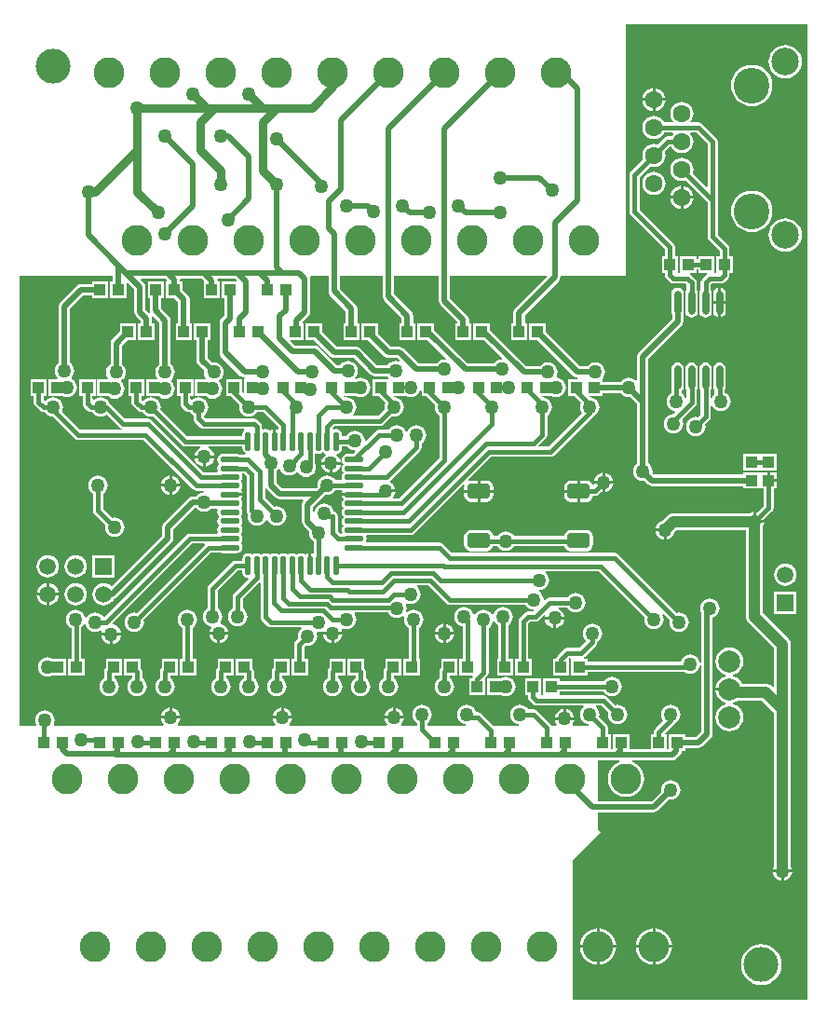
<source format=gtl>
%FSLAX25Y25*%
%MOIN*%
G70*
G01*
G75*
G04 Layer_Physical_Order=1*
G04 Layer_Color=255*
%ADD10O,0.02362X0.08661*%
%ADD11O,0.06890X0.02165*%
%ADD12O,0.02165X0.06890*%
G04:AMPARAMS|DCode=13|XSize=83mil|YSize=55mil|CornerRadius=13.75mil|HoleSize=0mil|Usage=FLASHONLY|Rotation=0.000|XOffset=0mil|YOffset=0mil|HoleType=Round|Shape=RoundedRectangle|*
%AMROUNDEDRECTD13*
21,1,0.08300,0.02750,0,0,0.0*
21,1,0.05550,0.05500,0,0,0.0*
1,1,0.02750,0.02775,-0.01375*
1,1,0.02750,-0.02775,-0.01375*
1,1,0.02750,-0.02775,0.01375*
1,1,0.02750,0.02775,0.01375*
%
%ADD13ROUNDEDRECTD13*%
%ADD14R,0.03937X0.03937*%
%ADD15R,0.03937X0.03937*%
%ADD16C,0.01500*%
%ADD17C,0.02000*%
%ADD18C,0.03000*%
%ADD19C,0.04000*%
%ADD20C,0.07874*%
%ADD21R,0.05906X0.05906*%
%ADD22C,0.05906*%
%ADD23R,0.05906X0.05906*%
%ADD24C,0.11000*%
%ADD25C,0.12500*%
%ADD26C,0.09843*%
%ADD27C,0.12795*%
%ADD28C,0.06299*%
%ADD29C,0.05000*%
G36*
X316783Y343707D02*
Y342032D01*
X318460D01*
X318490Y341986D01*
X321587Y338890D01*
X321470Y338000D01*
X321590Y337086D01*
X321943Y336235D01*
X322504Y335504D01*
X323216Y334958D01*
Y319739D01*
X308761Y305284D01*
X306893D01*
X306672Y305733D01*
X307057Y306235D01*
X307410Y307086D01*
X307464Y307500D01*
X304000D01*
Y308500D01*
X307464D01*
X307410Y308914D01*
X307057Y309765D01*
X306496Y310496D01*
X305765Y311057D01*
X305617Y311118D01*
X305569Y311616D01*
X305675Y311687D01*
X316262Y322274D01*
X316649Y322853D01*
X316784Y323535D01*
X316784Y323536D01*
Y324957D01*
X317496Y325504D01*
X318057Y326235D01*
X318410Y327086D01*
X318530Y328000D01*
X318410Y328914D01*
X318057Y329765D01*
X317496Y330496D01*
X316765Y331057D01*
X315914Y331410D01*
X315000Y331530D01*
X314086Y331410D01*
X313235Y331057D01*
X312504Y330496D01*
X311943Y329765D01*
X311750Y329300D01*
X311250D01*
X311057Y329765D01*
X310496Y330496D01*
X309765Y331057D01*
X308914Y331410D01*
X308000Y331530D01*
X307086Y331410D01*
X306235Y331057D01*
X305504Y330496D01*
X304958Y329784D01*
X301496D01*
X300813Y329648D01*
X300234Y329262D01*
X296981Y326009D01*
X296508Y326169D01*
X296410Y326914D01*
X296057Y327765D01*
X295496Y328496D01*
X294765Y329057D01*
X293914Y329410D01*
X293000Y329530D01*
X292086Y329410D01*
X291235Y329057D01*
X290504Y328496D01*
X289943Y327765D01*
X289845Y327528D01*
X288371D01*
Y328106D01*
X288210Y328919D01*
X287750Y329608D01*
X287061Y330068D01*
X286248Y330230D01*
X285435Y330068D01*
X285324Y329994D01*
X285168Y330077D01*
X285095Y330571D01*
X285739Y331216D01*
X302000D01*
X302683Y331351D01*
X303262Y331738D01*
X306110Y334587D01*
X307000Y334470D01*
X307914Y334590D01*
X308765Y334943D01*
X309496Y335504D01*
X310057Y336235D01*
X310410Y337086D01*
X310530Y338000D01*
X310410Y338914D01*
X310057Y339765D01*
X309496Y340496D01*
X308765Y341057D01*
X307914Y341410D01*
X307348Y341484D01*
X307098Y341917D01*
X307145Y342032D01*
X311119D01*
X311235Y341943D01*
X312086Y341590D01*
X313000Y341470D01*
X313914Y341590D01*
X314765Y341943D01*
X315496Y342504D01*
X316057Y343235D01*
X316293Y343804D01*
X316783Y343707D01*
D02*
G37*
G36*
X455000Y126000D02*
X371000D01*
Y176000D01*
X381000Y186000D01*
X380000Y187000D01*
Y192961D01*
X400000D01*
X400780Y193116D01*
X401442Y193558D01*
X401442Y193558D01*
X401442Y193558D01*
X405429Y197545D01*
X406000Y197470D01*
X406914Y197590D01*
X407765Y197943D01*
X408496Y198504D01*
X409057Y199235D01*
X409410Y200086D01*
X409530Y201000D01*
X409410Y201914D01*
X409057Y202765D01*
X408496Y203496D01*
X407765Y204057D01*
X406914Y204410D01*
X406000Y204530D01*
X405086Y204410D01*
X404235Y204057D01*
X403504Y203496D01*
X402943Y202765D01*
X402590Y201914D01*
X402470Y201000D01*
X402545Y200429D01*
X399155Y197039D01*
X380000D01*
Y211582D01*
X387602D01*
X387675Y211087D01*
X387501Y211034D01*
X386371Y210431D01*
X385382Y209618D01*
X384569Y208629D01*
X383966Y207500D01*
X383594Y206274D01*
X383469Y205000D01*
X383594Y203726D01*
X383966Y202501D01*
X384569Y201371D01*
X385382Y200382D01*
X386371Y199569D01*
X387501Y198966D01*
X388726Y198594D01*
X390000Y198469D01*
X391274Y198594D01*
X392499Y198966D01*
X393629Y199569D01*
X394618Y200382D01*
X395431Y201371D01*
X396034Y202501D01*
X396406Y203726D01*
X396531Y205000D01*
X396406Y206274D01*
X396034Y207500D01*
X395431Y208629D01*
X394618Y209618D01*
X393629Y210431D01*
X392499Y211034D01*
X392325Y211087D01*
X392398Y211582D01*
X406621D01*
X407401Y211737D01*
X408063Y212179D01*
X409442Y213558D01*
X409884Y214220D01*
X410039Y215000D01*
Y215000D01*
X410039Y215000D01*
X410102Y215032D01*
X411216D01*
Y215961D01*
X416000D01*
X416780Y216116D01*
X417442Y216558D01*
X417442Y216558D01*
X417442Y216558D01*
X420442Y219558D01*
X420884Y220220D01*
X421039Y221000D01*
X421039Y221000D01*
X421039Y221000D01*
Y221000D01*
Y262642D01*
X421765Y262943D01*
X422496Y263504D01*
X423057Y264235D01*
X423410Y265086D01*
X423530Y266000D01*
X423410Y266914D01*
X423057Y267765D01*
X422496Y268496D01*
X421765Y269057D01*
X420914Y269410D01*
X420000Y269530D01*
X419086Y269410D01*
X418235Y269057D01*
X417504Y268496D01*
X416943Y267765D01*
X416590Y266914D01*
X416470Y266000D01*
X416590Y265086D01*
X416943Y264235D01*
X416961Y264211D01*
Y246552D01*
X416462Y246519D01*
X416410Y246914D01*
X416057Y247765D01*
X415496Y248496D01*
X414765Y249057D01*
X413914Y249410D01*
X413000Y249530D01*
X412086Y249410D01*
X411235Y249057D01*
X410504Y248496D01*
X409943Y247765D01*
X409590Y246914D01*
X409573Y246784D01*
X376217D01*
Y247969D01*
X374971D01*
X374826Y248447D01*
X375262Y248738D01*
X379262Y252738D01*
X379262Y252738D01*
X379648Y253317D01*
X379774Y253950D01*
X380496Y254504D01*
X381057Y255235D01*
X381410Y256086D01*
X381530Y257000D01*
X381410Y257914D01*
X381057Y258765D01*
X380496Y259496D01*
X379765Y260057D01*
X378914Y260410D01*
X378000Y260530D01*
X377086Y260410D01*
X376235Y260057D01*
X375504Y259496D01*
X374943Y258765D01*
X374590Y257914D01*
X374470Y257000D01*
X374590Y256086D01*
X374943Y255235D01*
X375504Y254504D01*
X375533Y254056D01*
X373261Y251784D01*
X369000D01*
X368317Y251648D01*
X367738Y251262D01*
X367738Y251262D01*
X365490Y249014D01*
X365104Y248435D01*
X365011Y247969D01*
X363784D01*
Y242032D01*
X369721D01*
Y247969D01*
X369721Y247969D01*
Y247969D01*
Y247969D01*
X369721Y247969D01*
X369721D01*
X369739Y248216D01*
D01*
X370032D01*
X370280Y247969D01*
X370280Y247862D01*
X370280Y247862D01*
X370280D01*
Y242032D01*
X376217D01*
Y243216D01*
X410879D01*
X411235Y242943D01*
X412086Y242590D01*
X413000Y242470D01*
X413914Y242590D01*
X414765Y242943D01*
X415496Y243504D01*
X416057Y244235D01*
X416410Y245086D01*
X416462Y245481D01*
X416961Y245448D01*
Y221845D01*
X415155Y220039D01*
X411216D01*
Y220969D01*
X405279D01*
Y215660D01*
X404720D01*
Y220969D01*
X404145D01*
X403954Y221430D01*
X407255Y224731D01*
X407765Y224943D01*
X408496Y225504D01*
X409057Y226235D01*
X409410Y227086D01*
X409530Y228000D01*
X409410Y228914D01*
X409057Y229765D01*
X408496Y230496D01*
X407765Y231057D01*
X406914Y231410D01*
X406000Y231530D01*
X405086Y231410D01*
X404235Y231057D01*
X403504Y230496D01*
X402943Y229765D01*
X402590Y228914D01*
X402470Y228000D01*
X402590Y227086D01*
X402943Y226235D01*
X403276Y225800D01*
X400490Y223014D01*
X400104Y222435D01*
X399968Y221752D01*
Y220969D01*
X398783D01*
Y215660D01*
X391216D01*
Y220969D01*
X385279D01*
Y215660D01*
X384720D01*
Y220969D01*
X383536D01*
Y223248D01*
X383400Y223931D01*
X383014Y224510D01*
X380413Y227110D01*
X380530Y228000D01*
X380410Y228914D01*
X380057Y229765D01*
X379496Y230496D01*
X379176Y230742D01*
X379336Y231216D01*
X381261D01*
X383587Y228890D01*
X383470Y228000D01*
X383590Y227086D01*
X383943Y226235D01*
X384504Y225504D01*
X385235Y224943D01*
X386086Y224590D01*
X387000Y224470D01*
X387914Y224590D01*
X388765Y224943D01*
X389496Y225504D01*
X390057Y226235D01*
X390410Y227086D01*
X390530Y228000D01*
X390410Y228914D01*
X390057Y229765D01*
X389496Y230496D01*
X388765Y231057D01*
X387914Y231410D01*
X387000Y231530D01*
X386110Y231413D01*
X383262Y234262D01*
X382683Y234648D01*
X382000Y234784D01*
X366216D01*
Y234784D01*
Y235032D01*
X366216Y235138D01*
X366216Y235138D01*
X366216D01*
Y236216D01*
X381958D01*
X382504Y235504D01*
X383235Y234943D01*
X384086Y234590D01*
X385000Y234470D01*
X385914Y234590D01*
X386765Y234943D01*
X387496Y235504D01*
X388057Y236235D01*
X388410Y237086D01*
X388530Y238000D01*
X388410Y238914D01*
X388057Y239765D01*
X387496Y240496D01*
X386765Y241057D01*
X385914Y241410D01*
X385000Y241530D01*
X384086Y241410D01*
X383235Y241057D01*
X382504Y240496D01*
X381958Y239784D01*
X366216D01*
Y240968D01*
X360279D01*
Y235138D01*
X360279Y235138D01*
X360279D01*
X360279Y235032D01*
X360032Y234784D01*
X359720D01*
Y235032D01*
X359720D01*
Y240968D01*
X353783D01*
Y235032D01*
X354968D01*
Y234248D01*
X354968Y234248D01*
X354968D01*
X355103Y233565D01*
X355490Y232986D01*
X356738Y231738D01*
X357317Y231351D01*
X358000Y231216D01*
X374664D01*
X374824Y230742D01*
X374504Y230496D01*
X373943Y229765D01*
X373590Y228914D01*
X373470Y228000D01*
X373590Y227086D01*
X373943Y226235D01*
X374504Y225504D01*
X375235Y224943D01*
X376086Y224590D01*
X376779Y224499D01*
X376746Y224000D01*
X371059D01*
X370837Y224448D01*
X371057Y224735D01*
X371410Y225586D01*
X371464Y226000D01*
X364536D01*
X364590Y225586D01*
X364943Y224735D01*
X365163Y224448D01*
X364941Y224000D01*
X363354D01*
X363014Y224510D01*
X358262Y229262D01*
X357683Y229648D01*
X357000Y229784D01*
X355043D01*
X354496Y230496D01*
X353765Y231057D01*
X352914Y231410D01*
X352000Y231530D01*
X351086Y231410D01*
X350235Y231057D01*
X349504Y230496D01*
X348943Y229765D01*
X348590Y228914D01*
X348470Y228000D01*
X348590Y227086D01*
X348943Y226235D01*
X349504Y225504D01*
X350235Y224943D01*
X351086Y224590D01*
X351779Y224499D01*
X351746Y224000D01*
X342523D01*
X338262Y228262D01*
X337683Y228648D01*
X337000Y228784D01*
X336427D01*
X336410Y228914D01*
X336057Y229765D01*
X335496Y230496D01*
X334765Y231057D01*
X333914Y231410D01*
X333000Y231530D01*
X332086Y231410D01*
X331235Y231057D01*
X330504Y230496D01*
X329943Y229765D01*
X329590Y228914D01*
X329470Y228000D01*
X329590Y227086D01*
X329943Y226235D01*
X330504Y225504D01*
X331235Y224943D01*
X332086Y224590D01*
X332779Y224499D01*
X332746Y224000D01*
X318784D01*
Y224957D01*
X319496Y225504D01*
X320057Y226235D01*
X320410Y227086D01*
X320530Y228000D01*
X320410Y228914D01*
X320057Y229765D01*
X319496Y230496D01*
X318765Y231057D01*
X317914Y231410D01*
X317000Y231530D01*
X316086Y231410D01*
X315235Y231057D01*
X314504Y230496D01*
X313943Y229765D01*
X313590Y228914D01*
X313470Y228000D01*
X313590Y227086D01*
X313943Y226235D01*
X314504Y225504D01*
X315216Y224957D01*
Y224000D01*
X309617D01*
X309457Y224474D01*
X309496Y224504D01*
X310057Y225235D01*
X310410Y226086D01*
X310464Y226500D01*
X303536D01*
X303590Y226086D01*
X303943Y225235D01*
X304504Y224504D01*
X304543Y224474D01*
X304382Y224000D01*
X269618D01*
X269457Y224474D01*
X269496Y224504D01*
X270057Y225235D01*
X270410Y226086D01*
X270464Y226500D01*
X263536D01*
X263590Y226086D01*
X263943Y225235D01*
X264504Y224504D01*
X264543Y224474D01*
X264383Y224000D01*
X229618D01*
X229457Y224474D01*
X229496Y224504D01*
X230057Y225235D01*
X230410Y226086D01*
X230464Y226500D01*
X223536D01*
X223590Y226086D01*
X223943Y225235D01*
X224504Y224504D01*
X224543Y224474D01*
X224382Y224000D01*
X185410D01*
X185132Y224416D01*
X185410Y225086D01*
X185530Y226000D01*
X185410Y226914D01*
X185057Y227765D01*
X184496Y228496D01*
X183765Y229057D01*
X182914Y229410D01*
X182000Y229530D01*
X181086Y229410D01*
X180235Y229057D01*
X179504Y228496D01*
X178943Y227765D01*
X178590Y226914D01*
X178470Y226000D01*
X178590Y225086D01*
X178868Y224416D01*
X178590Y224000D01*
X173000D01*
Y385000D01*
X206209D01*
Y382968D01*
X205279D01*
Y377031D01*
X211216D01*
Y382246D01*
X211679Y382438D01*
X213961Y380155D01*
Y372000D01*
X213961Y372000D01*
X213961D01*
X214116Y371220D01*
X214558Y370558D01*
X216209Y368907D01*
Y367969D01*
X215280D01*
Y362032D01*
X221217D01*
Y367969D01*
X220287D01*
Y369752D01*
X220188Y370252D01*
X220629Y370487D01*
X222961Y368155D01*
Y353347D01*
X222504Y352996D01*
X221943Y352265D01*
X221590Y351414D01*
X221470Y350500D01*
X221590Y349586D01*
X221943Y348735D01*
X222187Y348417D01*
X221966Y347969D01*
X218280D01*
Y342032D01*
X222482D01*
X222504Y342004D01*
X223235Y341443D01*
X224086Y341090D01*
X225000Y340970D01*
X225914Y341090D01*
X226765Y341443D01*
X227496Y342004D01*
X228057Y342735D01*
X228410Y343586D01*
X228530Y344500D01*
X228410Y345414D01*
X228057Y346265D01*
X227496Y346996D01*
X227166Y347250D01*
Y347750D01*
X227496Y348004D01*
X228057Y348735D01*
X228410Y349586D01*
X228530Y350500D01*
X228410Y351414D01*
X228057Y352265D01*
X227496Y352996D01*
X227039Y353347D01*
Y369000D01*
X226884Y369780D01*
X226442Y370442D01*
X223539Y373345D01*
Y377031D01*
X224721D01*
Y382968D01*
X218783D01*
Y377031D01*
X219461D01*
Y372500D01*
X219461Y372500D01*
X219461D01*
X219560Y372000D01*
X219119Y371765D01*
X218039Y372845D01*
Y381000D01*
X217884Y381780D01*
X217442Y382442D01*
X216385Y383499D01*
X216576Y383961D01*
X225155D01*
X225686Y383430D01*
X225494Y382968D01*
X225279D01*
Y377031D01*
X228333D01*
X229713Y375651D01*
Y367969D01*
X228783D01*
Y362032D01*
X234720D01*
Y367969D01*
X233791D01*
Y376496D01*
X233636Y377276D01*
X233194Y377938D01*
X231217Y379915D01*
Y382968D01*
X230287D01*
Y383752D01*
X230459Y383961D01*
X238155D01*
X238890Y383226D01*
X238784Y382968D01*
X238783D01*
X238784Y382968D01*
Y377031D01*
X244721D01*
Y382968D01*
X243791D01*
Y383248D01*
X243726Y383574D01*
X244043Y383961D01*
X250155D01*
X250686Y383430D01*
X250494Y382968D01*
X245280D01*
Y377031D01*
X246209D01*
Y370593D01*
X245058Y369442D01*
X244616Y368780D01*
X244461Y368000D01*
Y357500D01*
X244461Y357500D01*
X244461D01*
X244616Y356720D01*
X245058Y356058D01*
X252058Y349058D01*
X252058Y349058D01*
X252455Y348793D01*
X252720Y348616D01*
X253473Y348466D01*
X253425Y347969D01*
X253279D01*
Y342897D01*
X253136Y342838D01*
X252720Y343115D01*
Y347969D01*
X246783D01*
Y342032D01*
X248460D01*
X248490Y341986D01*
X251587Y338890D01*
X251470Y338000D01*
X251590Y337086D01*
X251943Y336235D01*
X252504Y335504D01*
X253235Y334943D01*
X254086Y334590D01*
X255000Y334470D01*
X255914Y334590D01*
X256765Y334943D01*
X257496Y335504D01*
X258043Y336216D01*
X260261D01*
X265566Y330910D01*
Y330229D01*
X265125Y329994D01*
X265013Y330068D01*
X264701Y330130D01*
Y325744D01*
X263701D01*
Y330130D01*
X263388Y330068D01*
X262699Y329608D01*
X262553D01*
X261864Y330068D01*
X261051Y330230D01*
X260239Y330068D01*
X260127Y329994D01*
X259686Y330229D01*
Y331098D01*
X259550Y331781D01*
X259395Y332013D01*
X259163Y332360D01*
X259163Y332360D01*
X258262Y333262D01*
X257683Y333648D01*
X257000Y333784D01*
X239739D01*
X238929Y334594D01*
X238962Y335093D01*
X239496Y335504D01*
X240057Y336235D01*
X240410Y337086D01*
X240530Y338000D01*
X240410Y338914D01*
X240057Y339765D01*
X239496Y340496D01*
X238765Y341057D01*
X237914Y341410D01*
X237000Y341530D01*
X236086Y341410D01*
X235235Y341057D01*
X234504Y340496D01*
X234036Y340855D01*
Y342032D01*
X235221D01*
Y347969D01*
X229283D01*
Y342032D01*
X230468D01*
Y339218D01*
X230468Y339218D01*
X230468D01*
X230604Y338535D01*
X230990Y337956D01*
X232208Y336738D01*
X232787Y336351D01*
X233470Y336216D01*
X233958D01*
X234504Y335504D01*
X235216Y334958D01*
Y334000D01*
X235216Y334000D01*
X235216D01*
X235351Y333317D01*
X235738Y332738D01*
X237738Y330738D01*
X237738Y330738D01*
X238028Y330545D01*
X238317Y330351D01*
X239000Y330216D01*
X239000Y330216D01*
X253299D01*
X253444Y329737D01*
X253250Y329608D01*
X252790Y328919D01*
X252628Y328106D01*
Y327528D01*
X232995D01*
X223413Y337110D01*
X223530Y338000D01*
X223410Y338914D01*
X223057Y339765D01*
X222496Y340496D01*
X221765Y341057D01*
X220914Y341410D01*
X220000Y341530D01*
X219086Y341410D01*
X218235Y341057D01*
X217504Y340496D01*
X217297Y340227D01*
X216901Y340201D01*
X216536Y340543D01*
Y342032D01*
X217721D01*
Y347969D01*
X211784D01*
Y342032D01*
X212968D01*
Y339718D01*
X212968Y339718D01*
X212968D01*
X213104Y339035D01*
X213490Y338456D01*
X215208Y336738D01*
X215787Y336351D01*
X216470Y336216D01*
X216470Y336216D01*
X216957D01*
X217504Y335504D01*
X218235Y334943D01*
X219086Y334590D01*
X220000Y334470D01*
X220890Y334587D01*
X230994Y324482D01*
X231573Y324096D01*
X232256Y323960D01*
X237750D01*
X237847Y323469D01*
X237335Y323257D01*
X236604Y322696D01*
X236043Y321965D01*
X235690Y321114D01*
X235636Y320700D01*
X242564D01*
X242510Y321114D01*
X242157Y321965D01*
X241596Y322696D01*
X240865Y323257D01*
X240353Y323469D01*
X240450Y323960D01*
X252628D01*
Y323382D01*
X252790Y322569D01*
X253250Y321880D01*
X253803Y321511D01*
X253658Y321032D01*
X251696D01*
X251431Y321210D01*
X250618Y321372D01*
X245894D01*
X245081Y321210D01*
X244392Y320750D01*
X243932Y320061D01*
X243770Y319248D01*
X243932Y318435D01*
X244392Y317746D01*
Y317600D01*
X243932Y316911D01*
X243770Y316098D01*
X243932Y315286D01*
X244006Y315174D01*
X243771Y314733D01*
X238790D01*
X220262Y333262D01*
X219683Y333648D01*
X219000Y333784D01*
X210739D01*
X205269Y339255D01*
X205057Y339765D01*
X204496Y340496D01*
X203765Y341057D01*
X202914Y341410D01*
X202000Y341530D01*
X201086Y341410D01*
X200235Y341057D01*
X199504Y340496D01*
X199036Y340855D01*
Y342032D01*
X200220D01*
Y347969D01*
X194283D01*
Y342032D01*
X195468D01*
Y339218D01*
X195468Y339218D01*
X195468D01*
X195604Y338535D01*
X195990Y337956D01*
X197208Y336738D01*
X197787Y336351D01*
X198470Y336216D01*
X198958D01*
X199504Y335504D01*
X200235Y334943D01*
X201086Y334590D01*
X202000Y334470D01*
X202914Y334590D01*
X203765Y334943D01*
X204200Y335277D01*
X208738Y330738D01*
X209317Y330351D01*
X209667Y330282D01*
X209618Y329784D01*
X194739D01*
X188125Y336398D01*
X188410Y337086D01*
X188530Y338000D01*
X188410Y338914D01*
X188057Y339765D01*
X187496Y340496D01*
X186765Y341057D01*
X185914Y341410D01*
X185000Y341530D01*
X184086Y341410D01*
X183235Y341057D01*
X182504Y340496D01*
X182298Y340227D01*
X181901Y340201D01*
X181536Y340543D01*
Y342032D01*
X182720D01*
Y347969D01*
X176784D01*
Y342032D01*
X177968D01*
Y339718D01*
X178103Y339035D01*
X178490Y338456D01*
X180208Y336738D01*
X180787Y336351D01*
X181470Y336216D01*
X181470Y336216D01*
X181957D01*
X182504Y335504D01*
X183235Y334943D01*
X184086Y334590D01*
X185000Y334470D01*
X185006Y334471D01*
X192738Y326738D01*
X193317Y326351D01*
X194000Y326216D01*
X217261D01*
X234939Y308538D01*
X234939Y308538D01*
X235518Y308151D01*
X235518Y308151D01*
X235518Y308151D01*
D01*
X235518Y308151D01*
X235518Y308151D01*
X236201Y308015D01*
X236201Y308015D01*
X238860D01*
X238892Y307516D01*
X238086Y307410D01*
X237235Y307057D01*
X236504Y306496D01*
X236153Y306039D01*
X235000D01*
X234220Y305884D01*
X233558Y305442D01*
X224558Y296442D01*
X224116Y295780D01*
X223961Y295000D01*
Y291845D01*
X205928Y273812D01*
X205819Y273819D01*
X204993Y274453D01*
X204032Y274851D01*
X203000Y274987D01*
X201968Y274851D01*
X201007Y274453D01*
X200181Y273819D01*
X199547Y272993D01*
X199149Y272032D01*
X199013Y271000D01*
X199149Y269968D01*
X199547Y269007D01*
X200181Y268181D01*
X201007Y267547D01*
X201968Y267149D01*
X203000Y267013D01*
X204032Y267149D01*
X204993Y267547D01*
X205819Y268181D01*
X206453Y269007D01*
X206473Y269055D01*
X206780Y269116D01*
X207442Y269558D01*
X227442Y289558D01*
X227884Y290220D01*
X228039Y291000D01*
X228039Y291000D01*
X228039Y291000D01*
Y291000D01*
Y294155D01*
X235751Y301867D01*
X236250Y301835D01*
X236504Y301504D01*
X237235Y300943D01*
X238086Y300590D01*
X239000Y300470D01*
X239914Y300590D01*
X240765Y300943D01*
X241496Y301504D01*
X241515Y301528D01*
X243610D01*
X243928Y301141D01*
X243770Y300350D01*
X243932Y299538D01*
X244392Y298849D01*
Y298702D01*
X243932Y298013D01*
X243770Y297201D01*
X243932Y296388D01*
X244392Y295699D01*
Y295553D01*
X243932Y294864D01*
X243770Y294051D01*
X243932Y293239D01*
X244006Y293127D01*
X243771Y292686D01*
X233902D01*
X233902Y292686D01*
X233219Y292550D01*
X232640Y292163D01*
X232640Y292163D01*
X203411Y262934D01*
X202912Y262967D01*
X202501Y263501D01*
X201770Y264062D01*
X200919Y264415D01*
X200005Y264535D01*
X199091Y264415D01*
X198240Y264062D01*
X197509Y263501D01*
X196948Y262770D01*
X196924Y262712D01*
X196428Y262777D01*
X196410Y262914D01*
X196057Y263765D01*
X195496Y264496D01*
X194765Y265057D01*
X193914Y265410D01*
X193000Y265530D01*
X192086Y265410D01*
X191235Y265057D01*
X190504Y264496D01*
X189943Y263765D01*
X189590Y262914D01*
X189470Y262000D01*
X189590Y261086D01*
X189943Y260235D01*
X190504Y259504D01*
X191235Y258943D01*
X191464Y258848D01*
Y247969D01*
X190279D01*
Y242032D01*
X196216D01*
Y247969D01*
X195032D01*
Y259148D01*
X195496Y259504D01*
X196057Y260235D01*
X196081Y260294D01*
X196577Y260228D01*
X196595Y260091D01*
X196948Y259240D01*
X197509Y258509D01*
X198240Y257948D01*
X199091Y257595D01*
X200005Y257475D01*
X200919Y257595D01*
X201770Y257948D01*
X202009Y258131D01*
X202405Y257826D01*
X202340Y257669D01*
X202286Y257255D01*
X209214D01*
X209160Y257669D01*
X208807Y258520D01*
X208246Y259251D01*
X207515Y259812D01*
X206664Y260165D01*
X206362Y260205D01*
X206202Y260678D01*
X234641Y289117D01*
X238941D01*
X239132Y288655D01*
X214890Y264413D01*
X214000Y264530D01*
X213086Y264410D01*
X212235Y264057D01*
X211504Y263496D01*
X210943Y262765D01*
X210590Y261914D01*
X210470Y261000D01*
X210590Y260086D01*
X210943Y259235D01*
X211504Y258504D01*
X212235Y257943D01*
X213086Y257590D01*
X214000Y257470D01*
X214914Y257590D01*
X215765Y257943D01*
X216496Y258504D01*
X217057Y259235D01*
X217410Y260086D01*
X217530Y261000D01*
X217413Y261890D01*
X241491Y285968D01*
X244815D01*
X245081Y285790D01*
X245894Y285629D01*
X250618D01*
X251431Y285790D01*
X252120Y286250D01*
X252580Y286939D01*
X252742Y287752D01*
X252580Y288565D01*
X252120Y289253D01*
Y289400D01*
X252580Y290089D01*
X252742Y290902D01*
X252580Y291714D01*
X252120Y292403D01*
Y292550D01*
X252580Y293239D01*
X252742Y294051D01*
X252580Y294864D01*
X252120Y295553D01*
Y295699D01*
X252580Y296388D01*
X252742Y297201D01*
X252580Y298013D01*
X252120Y298702D01*
Y298849D01*
X252580Y299538D01*
X252742Y300350D01*
X252580Y301163D01*
X252120Y301852D01*
Y301998D01*
X252120D01*
X252580Y302687D01*
X252742Y303500D01*
X252580Y304313D01*
X252120Y305001D01*
Y305148D01*
X252580Y305837D01*
X252642Y306150D01*
X248256D01*
Y307150D01*
X252642D01*
X252580Y307462D01*
X252120Y308151D01*
X252120D01*
Y308298D01*
X252580Y308987D01*
X252742Y309799D01*
X252580Y310612D01*
X252120Y311301D01*
Y311447D01*
X252580Y312136D01*
X252742Y312949D01*
X252580Y313761D01*
X252505Y313873D01*
X252690Y314219D01*
X253185Y314292D01*
X254216Y313261D01*
Y301000D01*
X254216Y301000D01*
X254216D01*
X254351Y300317D01*
X254602Y299942D01*
X254590Y299914D01*
X254470Y299000D01*
X254590Y298086D01*
X254943Y297235D01*
X255504Y296504D01*
X256235Y295943D01*
X257086Y295590D01*
X258000Y295470D01*
X258914Y295590D01*
X259765Y295943D01*
X260496Y296504D01*
X261057Y297235D01*
X261250Y297700D01*
X261750D01*
X261943Y297235D01*
X262504Y296504D01*
X263235Y295943D01*
X264086Y295590D01*
X265000Y295470D01*
X265914Y295590D01*
X266765Y295943D01*
X267496Y296504D01*
X268057Y297235D01*
X268410Y298086D01*
X268530Y299000D01*
X268410Y299914D01*
X268057Y300765D01*
X267496Y301496D01*
X266765Y302057D01*
X265914Y302410D01*
X265000Y302530D01*
X264110Y302413D01*
X260784Y305739D01*
Y308855D01*
X261263Y309000D01*
X261558Y308558D01*
X264558Y305558D01*
X264558D01*
X264558Y305558D01*
X264558Y305558D01*
Y305558D01*
X265220Y305116D01*
X266000Y304961D01*
X274424D01*
X274615Y304499D01*
X274558Y304442D01*
X274116Y303780D01*
X273961Y303000D01*
Y296898D01*
X274116Y296117D01*
X274558Y295456D01*
X276533Y293481D01*
X276470Y293000D01*
X276590Y292086D01*
X276943Y291235D01*
X277504Y290504D01*
X278165Y289997D01*
Y285741D01*
X277724Y285505D01*
X277612Y285580D01*
X277299Y285642D01*
Y281256D01*
X276299D01*
Y285642D01*
X275987Y285580D01*
X275298Y285120D01*
X275151D01*
X274462Y285580D01*
X273650Y285742D01*
X272837Y285580D01*
X272148Y285120D01*
X272002D01*
X271313Y285580D01*
X270500Y285742D01*
X269687Y285580D01*
X268999Y285120D01*
X268852D01*
X268163Y285580D01*
X267350Y285742D01*
X266538Y285580D01*
X265849Y285120D01*
X265702D01*
X265013Y285580D01*
X264201Y285742D01*
X263388Y285580D01*
X262699Y285120D01*
X262553D01*
X261864Y285580D01*
X261051Y285742D01*
X260239Y285580D01*
X259550Y285120D01*
X259403D01*
X258714Y285580D01*
X257902Y285742D01*
X257089Y285580D01*
X256400Y285120D01*
X256254D01*
X255565Y285580D01*
X254752Y285742D01*
X253939Y285580D01*
X253250Y285120D01*
X252790Y284431D01*
X252628Y283618D01*
Y283040D01*
X250256D01*
X250256Y283040D01*
X249573Y282904D01*
X248994Y282518D01*
X240738Y274262D01*
X240352Y273683D01*
X240216Y273000D01*
X240216Y273000D01*
X240216D01*
X240216Y273000D01*
X240216D01*
Y266042D01*
X239504Y265496D01*
X238943Y264765D01*
X238590Y263914D01*
X238470Y263000D01*
X238590Y262086D01*
X238943Y261235D01*
X239504Y260504D01*
X240235Y259943D01*
X241086Y259590D01*
X241262Y259567D01*
X241454Y259105D01*
X241193Y258765D01*
X240840Y257914D01*
X240786Y257500D01*
X247714D01*
X247660Y257914D01*
X247307Y258765D01*
X246746Y259496D01*
X246015Y260057D01*
X245164Y260410D01*
X244988Y260433D01*
X244796Y260895D01*
X245057Y261235D01*
X245410Y262086D01*
X245530Y263000D01*
X245410Y263914D01*
X245057Y264765D01*
X244496Y265496D01*
X243784Y266042D01*
Y272261D01*
X250995Y279472D01*
X252628D01*
Y278894D01*
X252790Y278081D01*
X253250Y277392D01*
X253939Y276932D01*
X254645Y276792D01*
X254790Y276313D01*
X249738Y271262D01*
X249352Y270683D01*
X249216Y270000D01*
X249216Y270000D01*
X249216D01*
X249216Y270000D01*
X249216D01*
Y266042D01*
X248504Y265496D01*
X247943Y264765D01*
X247590Y263914D01*
X247470Y263000D01*
X247590Y262086D01*
X247943Y261235D01*
X248504Y260504D01*
X249235Y259943D01*
X250086Y259590D01*
X251000Y259470D01*
X251914Y259590D01*
X252765Y259943D01*
X253496Y260504D01*
X254057Y261235D01*
X254410Y262086D01*
X254530Y263000D01*
X254410Y263914D01*
X254057Y264765D01*
X253496Y265496D01*
X252784Y266042D01*
Y269261D01*
X258754Y275230D01*
X259216Y275039D01*
Y263000D01*
X259216Y263000D01*
X259216D01*
X259351Y262317D01*
X259738Y261738D01*
X261738Y259738D01*
X261738Y259738D01*
X262028Y259545D01*
X262317Y259351D01*
X263000Y259216D01*
X263000Y259216D01*
X273664D01*
X273824Y258742D01*
X273504Y258496D01*
X272943Y257765D01*
X272590Y256914D01*
X272470Y256000D01*
X272587Y255110D01*
X271738Y254262D01*
X271352Y253683D01*
X271216Y253000D01*
X271216Y253000D01*
X271216D01*
X271216Y253000D01*
X271216D01*
Y247969D01*
X270280D01*
Y242032D01*
X276217D01*
Y247969D01*
X274784D01*
Y252251D01*
X275160Y252580D01*
X276000Y252470D01*
X276914Y252590D01*
X277765Y252943D01*
X278496Y253504D01*
X279057Y254235D01*
X279410Y255086D01*
X279530Y256000D01*
X279410Y256914D01*
X279324Y257122D01*
X279628Y257519D01*
X280000Y257470D01*
X280914Y257590D01*
X281122Y257676D01*
X281352Y257500D01*
X288464D01*
X288410Y257914D01*
X288182Y258465D01*
X288535Y258818D01*
X289086Y258590D01*
X290000Y258470D01*
X290914Y258590D01*
X291765Y258943D01*
X292496Y259504D01*
X293057Y260235D01*
X293410Y261086D01*
X293530Y262000D01*
X293410Y262914D01*
X293057Y263765D01*
X292864Y264017D01*
X293085Y264466D01*
X304847D01*
X304943Y264235D01*
X305504Y263504D01*
X306235Y262943D01*
X307086Y262590D01*
X308000Y262470D01*
X308914Y262590D01*
X309765Y262943D01*
X310226Y263296D01*
X310623Y262992D01*
X310590Y262914D01*
X310470Y262000D01*
X310590Y261086D01*
X310943Y260235D01*
X311504Y259504D01*
X312216Y258958D01*
Y247969D01*
X310279D01*
Y242032D01*
X316216D01*
Y247969D01*
X315784D01*
Y258958D01*
X316496Y259504D01*
X317057Y260235D01*
X317410Y261086D01*
X317530Y262000D01*
X317410Y262914D01*
X317057Y263765D01*
X316496Y264496D01*
X315765Y265057D01*
X314914Y265410D01*
X314000Y265530D01*
X313086Y265410D01*
X312235Y265057D01*
X311774Y264704D01*
X311378Y265008D01*
X311410Y265086D01*
X311530Y266000D01*
X311410Y266914D01*
X311182Y267465D01*
X311535Y267818D01*
X312086Y267590D01*
X313000Y267470D01*
X313914Y267590D01*
X314765Y267943D01*
X315496Y268504D01*
X316057Y269235D01*
X316410Y270086D01*
X316530Y271000D01*
X316410Y271914D01*
X316057Y272765D01*
X315496Y273496D01*
X315176Y273742D01*
X315336Y274216D01*
X319261D01*
X325738Y267738D01*
X325738Y267738D01*
X326317Y267352D01*
X327000Y267216D01*
X353958D01*
X354504Y266504D01*
X355235Y265943D01*
X356086Y265590D01*
X356834Y265492D01*
X356936Y265191D01*
X356645Y264784D01*
X355000D01*
X355000Y264784D01*
X354317Y264649D01*
X353738Y264262D01*
X351986Y262510D01*
X351600Y261931D01*
X351464Y261248D01*
X351464Y261248D01*
X351464D01*
X351464Y261248D01*
X351464D01*
Y247969D01*
X350279D01*
Y242032D01*
X356217D01*
Y247969D01*
X355032D01*
Y260509D01*
X355739Y261216D01*
X357500D01*
X358183Y261351D01*
X358762Y261738D01*
X360628Y263605D01*
X360833Y263520D01*
X361088Y263395D01*
X361036Y263000D01*
X367964D01*
X367910Y263414D01*
X367557Y264265D01*
X366996Y264996D01*
X366265Y265557D01*
X365859Y265725D01*
X365957Y266216D01*
X368957D01*
X369504Y265504D01*
X370235Y264943D01*
X371086Y264590D01*
X372000Y264470D01*
X372914Y264590D01*
X373765Y264943D01*
X374496Y265504D01*
X375057Y266235D01*
X375410Y267086D01*
X375530Y268000D01*
X375410Y268914D01*
X375057Y269765D01*
X374496Y270496D01*
X373765Y271057D01*
X372914Y271410D01*
X372000Y271530D01*
X371086Y271410D01*
X370235Y271057D01*
X369504Y270496D01*
X368957Y269784D01*
X362500D01*
X362500Y269784D01*
X361817Y269649D01*
X361528Y269455D01*
X361238Y269262D01*
X361238Y269262D01*
X360982Y269005D01*
X360508Y269166D01*
X360410Y269914D01*
X360057Y270765D01*
X359496Y271496D01*
X358929Y271931D01*
X359000Y272470D01*
X359914Y272590D01*
X360765Y272943D01*
X361496Y273504D01*
X362057Y274235D01*
X362410Y275086D01*
X362530Y276000D01*
X362410Y276914D01*
X362057Y277765D01*
X361496Y278496D01*
X361176Y278742D01*
X361336Y279216D01*
X380261D01*
X396587Y262890D01*
X396470Y262000D01*
X396590Y261086D01*
X396943Y260235D01*
X397504Y259504D01*
X398235Y258943D01*
X399086Y258590D01*
X400000Y258470D01*
X400914Y258590D01*
X401765Y258943D01*
X402496Y259504D01*
X403057Y260235D01*
X403410Y261086D01*
X403530Y262000D01*
X403410Y262914D01*
X403085Y263698D01*
X403501Y263976D01*
X405587Y261890D01*
X405470Y261000D01*
X405590Y260086D01*
X405943Y259235D01*
X406504Y258504D01*
X407235Y257943D01*
X408086Y257590D01*
X409000Y257470D01*
X409914Y257590D01*
X410765Y257943D01*
X411496Y258504D01*
X412057Y259235D01*
X412410Y260086D01*
X412530Y261000D01*
X412410Y261914D01*
X412057Y262765D01*
X411496Y263496D01*
X410765Y264057D01*
X409914Y264410D01*
X409000Y264530D01*
X408110Y264413D01*
X387262Y285262D01*
X386683Y285648D01*
X386000Y285784D01*
X327739D01*
X324510Y289014D01*
X323931Y289400D01*
X323248Y289536D01*
X297229D01*
X296993Y289977D01*
X297068Y290089D01*
X297230Y290902D01*
X297068Y291714D01*
X296993Y291826D01*
X297229Y292267D01*
X313051D01*
X313734Y292403D01*
X314313Y292790D01*
X331819Y310295D01*
X332259Y310059D01*
X332103Y309275D01*
Y308400D01*
X336800D01*
Y311697D01*
X334525D01*
X333740Y311541D01*
X333505Y311981D01*
X341739Y320216D01*
X363000D01*
X363683Y320352D01*
X364262Y320738D01*
X378255Y334731D01*
X378765Y334943D01*
X379496Y335504D01*
X380057Y336235D01*
X380410Y337086D01*
X380530Y338000D01*
X380410Y338914D01*
X380057Y339765D01*
X379496Y340496D01*
X378765Y341057D01*
X377914Y341410D01*
X377348Y341484D01*
X377098Y341917D01*
X377145Y342032D01*
X381716D01*
Y342961D01*
X388153D01*
X388504Y342504D01*
X389235Y341943D01*
X390086Y341590D01*
X391000Y341470D01*
X391571Y341545D01*
X393961Y339155D01*
Y317847D01*
X393504Y317496D01*
X392943Y316765D01*
X392590Y315914D01*
X392470Y315000D01*
X392590Y314086D01*
X392943Y313235D01*
X393504Y312504D01*
X394235Y311943D01*
X395086Y311590D01*
X396000Y311470D01*
X396571Y311545D01*
X397806Y310310D01*
X398468Y309868D01*
X399248Y309713D01*
X432031D01*
Y308784D01*
X437678D01*
X437678Y308784D01*
Y308784D01*
X437968Y308784D01*
X438000D01*
X438031D01*
X438322Y308784D01*
X438322Y308784D01*
Y308784D01*
X439216D01*
Y302739D01*
X436890Y300413D01*
X436500Y300464D01*
Y297500D01*
X439464D01*
X439413Y297890D01*
X442262Y300738D01*
X442262Y300738D01*
X442455Y301028D01*
X442649Y301317D01*
X442784Y302000D01*
X442784Y302000D01*
Y308784D01*
X443968D01*
Y311252D01*
X441000D01*
Y311752D01*
X440500D01*
Y314721D01*
X438322D01*
X438322Y314721D01*
Y314721D01*
X438031Y314721D01*
X438000D01*
X437968D01*
X437678Y314721D01*
X437678Y314721D01*
Y314721D01*
X432031D01*
Y313791D01*
X400093D01*
X399455Y314429D01*
X399530Y315000D01*
X399410Y315914D01*
X399057Y316765D01*
X398496Y317496D01*
X398039Y317847D01*
Y340000D01*
Y355155D01*
X409942Y367058D01*
X410384Y367720D01*
X410539Y368500D01*
X410539Y368500D01*
X410539Y368500D01*
Y368500D01*
Y371362D01*
X410555Y371385D01*
X410724Y372236D01*
Y378535D01*
X410555Y379386D01*
X410073Y380108D01*
X409351Y380590D01*
X408500Y380759D01*
X407649Y380590D01*
X406927Y380108D01*
X406445Y379386D01*
X406276Y378535D01*
Y372236D01*
X406445Y371385D01*
X406461Y371362D01*
Y369345D01*
X394558Y357442D01*
X394116Y356780D01*
X393961Y356000D01*
Y347654D01*
X393496Y347496D01*
X392765Y348057D01*
X391914Y348410D01*
X391000Y348530D01*
X390086Y348410D01*
X389235Y348057D01*
X388504Y347496D01*
X388153Y347039D01*
X381716D01*
Y347969D01*
X381716D01*
X381716Y348291D01*
X382057Y348735D01*
X382410Y349586D01*
X382530Y350500D01*
X382410Y351414D01*
X382057Y352265D01*
X381496Y352996D01*
X380765Y353557D01*
X379914Y353910D01*
X379000Y354030D01*
X378086Y353910D01*
X377235Y353557D01*
X376504Y352996D01*
X376153Y352539D01*
X373593D01*
X361216Y364915D01*
Y367969D01*
X355279D01*
Y362032D01*
X358333D01*
X371306Y349058D01*
X371968Y348616D01*
X372722Y348466D01*
X372673Y347969D01*
X369284D01*
Y342032D01*
X371445D01*
X373875Y339602D01*
X373590Y338914D01*
X373470Y338000D01*
X373590Y337086D01*
X373943Y336235D01*
X374276Y335800D01*
X362261Y323784D01*
X358961D01*
X358770Y324246D01*
X361262Y326738D01*
X361649Y327317D01*
X361784Y328000D01*
X361784Y328000D01*
X361784Y328000D01*
Y328000D01*
Y334958D01*
X362496Y335504D01*
X363057Y336235D01*
X363410Y337086D01*
X363530Y338000D01*
X363410Y338914D01*
X363057Y339765D01*
X362496Y340496D01*
X361765Y341057D01*
X360914Y341410D01*
X360348Y341484D01*
X360098Y341917D01*
X360145Y342032D01*
X363119D01*
X363235Y341943D01*
X364086Y341590D01*
X365000Y341470D01*
X365914Y341590D01*
X366765Y341943D01*
X367496Y342504D01*
X368057Y343235D01*
X368410Y344086D01*
X368530Y345000D01*
X368410Y345914D01*
X368057Y346765D01*
X367496Y347496D01*
X366765Y348057D01*
X365914Y348410D01*
X365391Y348479D01*
X365374Y348492D01*
X365131Y348913D01*
X365410Y349586D01*
X365530Y350500D01*
X365410Y351414D01*
X365057Y352265D01*
X364496Y352996D01*
X363765Y353557D01*
X362914Y353910D01*
X362000Y354030D01*
X361086Y353910D01*
X360235Y353557D01*
X359504Y352996D01*
X359153Y352539D01*
X354345D01*
X341216Y365667D01*
Y367969D01*
X335279D01*
Y362032D01*
X339085D01*
X345618Y355498D01*
X345457Y355025D01*
X344586Y354910D01*
X343735Y354557D01*
X343004Y353996D01*
X342653Y353539D01*
X333345D01*
X321217Y365667D01*
Y367969D01*
X315280D01*
Y362032D01*
X319085D01*
X325701Y355416D01*
X325480Y354967D01*
X325000Y355030D01*
X324086Y354910D01*
X323235Y354557D01*
X322504Y353996D01*
X322153Y353539D01*
X315845D01*
X310442Y358942D01*
X309780Y359384D01*
X309000Y359539D01*
X305845D01*
X301217Y364167D01*
Y367969D01*
X295280D01*
Y362032D01*
X297585D01*
X303558Y356058D01*
X303558D01*
X303558Y356058D01*
X303558Y356058D01*
Y356058D01*
X304220Y355616D01*
X305000Y355461D01*
X308155D01*
X308861Y354756D01*
X308583Y354340D01*
X308414Y354410D01*
X307500Y354530D01*
X306586Y354410D01*
X305735Y354057D01*
X305004Y353496D01*
X304653Y353039D01*
X300845D01*
X294942Y358942D01*
X294280Y359384D01*
X293500Y359539D01*
X286593D01*
X281217Y364915D01*
Y367969D01*
X275279D01*
Y362032D01*
X278333D01*
X284306Y356058D01*
X284306D01*
X284306Y356058D01*
X284306D01*
X284306Y356058D01*
Y356058D01*
X284306Y356058D01*
Y356058D01*
X284968Y355616D01*
X285748Y355461D01*
X292655D01*
X298558Y349558D01*
X298558D01*
X298558Y349558D01*
X298558Y349558D01*
Y349558D01*
X299220Y349116D01*
X300000Y348961D01*
X304653D01*
X305004Y348504D01*
X305084Y348442D01*
X304924Y347969D01*
X299284D01*
Y342032D01*
X301445D01*
X303875Y339602D01*
X303590Y338914D01*
X303470Y338000D01*
X303587Y337110D01*
X301261Y334784D01*
X292336D01*
X292176Y335258D01*
X292496Y335504D01*
X293057Y336235D01*
X293410Y337086D01*
X293530Y338000D01*
X293410Y338914D01*
X293057Y339765D01*
X292496Y340496D01*
X291765Y341057D01*
X290914Y341410D01*
X290000Y341530D01*
X289372Y341447D01*
X289068Y341844D01*
X289145Y342032D01*
X293119D01*
X293235Y341943D01*
X294086Y341590D01*
X295000Y341470D01*
X295914Y341590D01*
X296765Y341943D01*
X297496Y342504D01*
X298057Y343235D01*
X298410Y344086D01*
X298530Y345000D01*
X298410Y345914D01*
X298057Y346765D01*
X297496Y347496D01*
X296765Y348057D01*
X295914Y348410D01*
X295000Y348530D01*
X294086Y348410D01*
X293235Y348057D01*
X292931Y348454D01*
X292996Y348504D01*
X293557Y349235D01*
X293910Y350086D01*
X294030Y351000D01*
X293910Y351914D01*
X293557Y352765D01*
X292996Y353496D01*
X292265Y354057D01*
X291414Y354410D01*
X290500Y354530D01*
X289586Y354410D01*
X288735Y354057D01*
X288004Y353496D01*
X287653Y353039D01*
X286345D01*
X279942Y359442D01*
X279280Y359884D01*
X278500Y360039D01*
X271345D01*
X269814Y361570D01*
X270006Y362032D01*
X274721D01*
Y367969D01*
X274506D01*
X274314Y368430D01*
X276442Y370558D01*
X276884Y371220D01*
X277039Y372000D01*
Y384000D01*
X276917Y384613D01*
X277234Y385000D01*
X283461D01*
Y379500D01*
X283461Y379500D01*
X283461D01*
X283616Y378720D01*
X284058Y378058D01*
X289713Y372403D01*
Y367969D01*
X288784D01*
Y362032D01*
X294721D01*
Y367969D01*
X293791D01*
Y373248D01*
X293636Y374028D01*
X293194Y374690D01*
X287539Y380345D01*
Y385000D01*
X302961D01*
Y377500D01*
X302961Y377500D01*
X302961D01*
X303116Y376720D01*
X303558Y376058D01*
X309713Y369903D01*
Y367969D01*
X308784D01*
Y362032D01*
X314721D01*
Y367969D01*
X313791D01*
Y370748D01*
X313636Y371528D01*
X313194Y372190D01*
X307039Y378345D01*
Y385000D01*
X322961D01*
Y376000D01*
X322961Y376000D01*
X322961D01*
X323116Y375220D01*
X323558Y374558D01*
X329686Y368430D01*
X329494Y367969D01*
X328783D01*
Y362032D01*
X334720D01*
Y367969D01*
X333791D01*
Y369248D01*
X333636Y370028D01*
X333194Y370690D01*
X327039Y376845D01*
Y385000D01*
X361463D01*
X361654Y384538D01*
X350310Y373194D01*
X349868Y372532D01*
X349713Y371752D01*
Y367969D01*
X348783D01*
Y362032D01*
X354720D01*
Y367969D01*
X353791D01*
Y370907D01*
X365942Y383058D01*
X366384Y383720D01*
X366539Y384500D01*
X366539Y384500D01*
X366539Y384500D01*
Y384500D01*
Y385000D01*
X390000D01*
Y475000D01*
X455000D01*
Y126000D01*
D02*
G37*
G36*
X288629Y307775D02*
X288420Y307462D01*
X288358Y307150D01*
X292744D01*
Y306150D01*
X288358D01*
X288420Y305837D01*
X288880Y305148D01*
Y305001D01*
X288420Y304313D01*
X288258Y303500D01*
X288420Y302687D01*
X288880Y301998D01*
Y301852D01*
X288420Y301163D01*
X288258Y300350D01*
X288420Y299538D01*
X288880Y298849D01*
Y298702D01*
X288420Y298013D01*
X288258Y297201D01*
X288420Y296388D01*
X288880Y295699D01*
Y295553D01*
X288420Y294864D01*
X288258Y294051D01*
X288420Y293239D01*
X288495Y293127D01*
X288310Y292781D01*
X287815Y292708D01*
X286784Y293739D01*
Y299000D01*
X286649Y299683D01*
X286262Y300262D01*
X285683Y300648D01*
X285438Y300697D01*
X285410Y300914D01*
X285057Y301765D01*
X284496Y302496D01*
X283765Y303057D01*
X282914Y303410D01*
X282000Y303530D01*
X281086Y303410D01*
X280235Y303057D01*
X279504Y302496D01*
X278943Y301765D01*
X278590Y300914D01*
X278538Y300519D01*
X278039Y300552D01*
Y302155D01*
X281442Y305558D01*
X282429Y306545D01*
X283000Y306470D01*
X283914Y306590D01*
X284765Y306943D01*
X285496Y307504D01*
X286042Y308216D01*
X288393D01*
X288629Y307775D01*
D02*
G37*
G36*
X290504Y323504D02*
X291235Y322943D01*
X292086Y322590D01*
X292831Y322492D01*
X292991Y322019D01*
X292344Y321372D01*
X290382D01*
X289569Y321210D01*
X288880Y320750D01*
X288420Y320061D01*
X288258Y319248D01*
X288420Y318435D01*
X288880Y317746D01*
Y317600D01*
X288420Y316911D01*
X288258Y316098D01*
X288420Y315286D01*
X288880Y314597D01*
Y314450D01*
X288420Y313761D01*
X288258Y312949D01*
X288413Y312171D01*
X288096Y311784D01*
X286042D01*
X285496Y312496D01*
X284765Y313057D01*
X283914Y313410D01*
X283000Y313530D01*
X282086Y313410D01*
X281235Y313057D01*
X280504Y312496D01*
X279943Y311765D01*
X279590Y310914D01*
X279470Y310000D01*
X279545Y309429D01*
X279155Y309039D01*
X266845D01*
X265039Y310845D01*
Y315153D01*
X265496Y315504D01*
X265734Y315814D01*
X266230Y315749D01*
X266443Y315235D01*
X267004Y314504D01*
X267735Y313943D01*
X268586Y313590D01*
X269500Y313470D01*
X270414Y313590D01*
X271265Y313943D01*
X271996Y314504D01*
X272058Y314584D01*
X272558D01*
X273004Y314004D01*
X273735Y313443D01*
X274586Y313090D01*
X275500Y312970D01*
X276414Y313090D01*
X277265Y313443D01*
X277996Y314004D01*
X278557Y314735D01*
X278910Y315586D01*
X279030Y316500D01*
X278910Y317414D01*
X278584Y318202D01*
Y321259D01*
X279025Y321495D01*
X279136Y321420D01*
X279949Y321258D01*
X280761Y321420D01*
X281450Y321880D01*
X281597D01*
X282286Y321420D01*
X282442Y321389D01*
X282555Y320902D01*
X281914Y320410D01*
X281353Y319679D01*
X281000Y318827D01*
X280945Y318414D01*
X287874D01*
X287820Y318827D01*
X287467Y319679D01*
X286906Y320410D01*
X286373Y320819D01*
X286487Y321306D01*
X287061Y321420D01*
X287750Y321880D01*
X288210Y322569D01*
X288371Y323382D01*
Y323960D01*
X290154D01*
X290504Y323504D01*
D02*
G37*
%LPC*%
G36*
X296217Y247969D02*
X290280D01*
Y242032D01*
X293216D01*
Y241042D01*
X292504Y240496D01*
X291943Y239765D01*
X291590Y238914D01*
X291470Y238000D01*
X291590Y237086D01*
X291943Y236235D01*
X292504Y235504D01*
X293235Y234943D01*
X294086Y234590D01*
X295000Y234470D01*
X295914Y234590D01*
X296765Y234943D01*
X297496Y235504D01*
X298057Y236235D01*
X298410Y237086D01*
X298530Y238000D01*
X298410Y238914D01*
X298057Y239765D01*
X297496Y240496D01*
X296784Y241042D01*
Y243248D01*
X296784Y243248D01*
X296649Y243931D01*
X296262Y244510D01*
X296217Y244555D01*
Y247969D01*
D02*
G37*
G36*
X205250Y256255D02*
X202286D01*
X202340Y255841D01*
X202693Y254990D01*
X203254Y254259D01*
X203985Y253698D01*
X204836Y253345D01*
X205250Y253291D01*
Y256255D01*
D02*
G37*
G36*
X288464Y256500D02*
X285500D01*
Y253536D01*
X285914Y253590D01*
X286765Y253943D01*
X287496Y254504D01*
X288057Y255235D01*
X288410Y256086D01*
X288464Y256500D01*
D02*
G37*
G36*
X284500D02*
X281536D01*
X281590Y256086D01*
X281943Y255235D01*
X282504Y254504D01*
X283235Y253943D01*
X284086Y253590D01*
X284500Y253536D01*
Y256500D01*
D02*
G37*
G36*
X209214Y256255D02*
X206250D01*
Y253291D01*
X206664Y253345D01*
X207515Y253698D01*
X208246Y254259D01*
X208807Y254990D01*
X209160Y255841D01*
X209214Y256255D01*
D02*
G37*
G36*
X233000Y265530D02*
X232086Y265410D01*
X231235Y265057D01*
X230504Y264496D01*
X229943Y263765D01*
X229590Y262914D01*
X229470Y262000D01*
X229590Y261086D01*
X229943Y260235D01*
X230504Y259504D01*
X231216Y258958D01*
Y247969D01*
X230279D01*
Y242032D01*
X236216D01*
Y247969D01*
X234784D01*
Y258958D01*
X235496Y259504D01*
X236057Y260235D01*
X236410Y261086D01*
X236530Y262000D01*
X236410Y262914D01*
X236057Y263765D01*
X235496Y264496D01*
X234765Y265057D01*
X233914Y265410D01*
X233000Y265530D01*
D02*
G37*
G36*
X347000Y241530D02*
X346086Y241410D01*
X345235Y241057D01*
X345119Y240968D01*
X340280D01*
Y235032D01*
X345119D01*
X345235Y234943D01*
X346086Y234590D01*
X347000Y234470D01*
X347914Y234590D01*
X348765Y234943D01*
X349496Y235504D01*
X350057Y236235D01*
X350410Y237086D01*
X350530Y238000D01*
X350410Y238914D01*
X350057Y239765D01*
X349496Y240496D01*
X348765Y241057D01*
X347914Y241410D01*
X347000Y241530D01*
D02*
G37*
G36*
X329720Y247969D02*
X323783D01*
Y244555D01*
X323738Y244510D01*
X323352Y243931D01*
X323216Y243248D01*
Y241042D01*
X322504Y240496D01*
X321943Y239765D01*
X321590Y238914D01*
X321470Y238000D01*
X321590Y237086D01*
X321943Y236235D01*
X322504Y235504D01*
X323235Y234943D01*
X324086Y234590D01*
X325000Y234470D01*
X325914Y234590D01*
X326765Y234943D01*
X327496Y235504D01*
X328057Y236235D01*
X328410Y237086D01*
X328530Y238000D01*
X328410Y238914D01*
X328057Y239765D01*
X327496Y240496D01*
X326784Y241042D01*
Y242032D01*
X329720D01*
Y247969D01*
D02*
G37*
G36*
X435500Y300464D02*
X435086Y300410D01*
X434235Y300057D01*
X434194Y300026D01*
X407000D01*
X406217Y299923D01*
X405701Y299709D01*
X405487Y299621D01*
X404860Y299140D01*
X403137Y297417D01*
X403086Y297410D01*
X402235Y297057D01*
X401504Y296496D01*
X400943Y295765D01*
X400590Y294914D01*
X400536Y294500D01*
X404000D01*
Y294000D01*
X404500D01*
Y290536D01*
X404914Y290590D01*
X405765Y290943D01*
X406496Y291504D01*
X407057Y292235D01*
X407410Y293086D01*
X407417Y293137D01*
X408253Y293974D01*
X432974D01*
Y263000D01*
X433077Y262217D01*
X433291Y261701D01*
X433380Y261487D01*
X433860Y260860D01*
X442974Y251747D01*
Y237958D01*
X442512Y237767D01*
X442140Y238140D01*
X441513Y238620D01*
X441299Y238709D01*
X440783Y238923D01*
X440000Y239026D01*
X431505D01*
X431313Y239490D01*
X430521Y240521D01*
X429490Y241313D01*
X428434Y241750D01*
Y242250D01*
X429490Y242688D01*
X430521Y243479D01*
X431313Y244510D01*
X431810Y245711D01*
X431980Y247000D01*
X431810Y248289D01*
X431313Y249490D01*
X430521Y250521D01*
X429490Y251312D01*
X428289Y251810D01*
X427000Y251980D01*
X425711Y251810D01*
X424510Y251312D01*
X423479Y250521D01*
X422687Y249490D01*
X422190Y248289D01*
X422020Y247000D01*
X422190Y245711D01*
X422687Y244510D01*
X423479Y243479D01*
X424510Y242688D01*
X425566Y242250D01*
Y241750D01*
X424510Y241313D01*
X423479Y240521D01*
X422687Y239490D01*
X422190Y238289D01*
X422086Y237500D01*
X427000D01*
Y236500D01*
X422086D01*
X422190Y235711D01*
X422687Y234510D01*
X423479Y233479D01*
X424510Y232687D01*
X425566Y232250D01*
Y231750D01*
X424510Y231312D01*
X423479Y230521D01*
X422687Y229490D01*
X422190Y228289D01*
X422020Y227000D01*
X422190Y225711D01*
X422687Y224510D01*
X423479Y223479D01*
X424510Y222688D01*
X425711Y222190D01*
X427000Y222020D01*
X428289Y222190D01*
X429490Y222688D01*
X430521Y223479D01*
X431313Y224510D01*
X431810Y225711D01*
X431980Y227000D01*
X431810Y228289D01*
X431313Y229490D01*
X430521Y230521D01*
X429490Y231312D01*
X428434Y231750D01*
Y232250D01*
X429490Y232687D01*
X429863Y232974D01*
X438747D01*
X442974Y228747D01*
Y173806D01*
X442943Y173765D01*
X442590Y172914D01*
X442536Y172500D01*
X449464D01*
X449410Y172914D01*
X449057Y173765D01*
X449026Y173806D01*
Y230000D01*
Y253000D01*
X449026Y253000D01*
X448923Y253783D01*
X448621Y254513D01*
X448348Y254868D01*
X448140Y255140D01*
X448140Y255140D01*
X439026Y264253D01*
Y295194D01*
X439057Y295235D01*
X439410Y296086D01*
X439464Y296500D01*
X436000D01*
Y297000D01*
X435500D01*
Y300464D01*
D02*
G37*
G36*
X309720Y247969D02*
X303783D01*
Y244555D01*
X303738Y244510D01*
X303351Y243931D01*
X303216Y243248D01*
Y241042D01*
X302504Y240496D01*
X301943Y239765D01*
X301590Y238914D01*
X301470Y238000D01*
X301590Y237086D01*
X301943Y236235D01*
X302504Y235504D01*
X303235Y234943D01*
X304086Y234590D01*
X305000Y234470D01*
X305914Y234590D01*
X306765Y234943D01*
X307496Y235504D01*
X308057Y236235D01*
X308410Y237086D01*
X308530Y238000D01*
X308410Y238914D01*
X308057Y239765D01*
X307496Y240496D01*
X306784Y241042D01*
Y242032D01*
X309720D01*
Y247969D01*
D02*
G37*
G36*
X183000Y248530D02*
X182086Y248410D01*
X181235Y248057D01*
X180504Y247496D01*
X179943Y246765D01*
X179590Y245914D01*
X179470Y245000D01*
X179590Y244086D01*
X179943Y243235D01*
X180504Y242504D01*
X181235Y241943D01*
X182086Y241590D01*
X183000Y241470D01*
X183914Y241590D01*
X184765Y241943D01*
X184881Y242032D01*
X189720D01*
Y247969D01*
X184881D01*
X184765Y248057D01*
X183914Y248410D01*
X183000Y248530D01*
D02*
G37*
G36*
X450953Y271953D02*
X443047D01*
Y264047D01*
X450953D01*
Y271953D01*
D02*
G37*
G36*
X346000Y266530D02*
X345086Y266410D01*
X344235Y266057D01*
X343504Y265496D01*
X342943Y264765D01*
X342590Y263914D01*
X342573Y263783D01*
X342077Y263717D01*
X342057Y263765D01*
X341496Y264496D01*
X340765Y265057D01*
X339914Y265410D01*
X339000Y265530D01*
X338086Y265410D01*
X337235Y265057D01*
X336504Y264496D01*
X335943Y263765D01*
X335923Y263717D01*
X335427Y263783D01*
X335410Y263914D01*
X335057Y264765D01*
X334496Y265496D01*
X333765Y266057D01*
X332914Y266410D01*
X332000Y266530D01*
X331086Y266410D01*
X330235Y266057D01*
X329504Y265496D01*
X328943Y264765D01*
X328590Y263914D01*
X328470Y263000D01*
X328590Y262086D01*
X328943Y261235D01*
X329504Y260504D01*
X330235Y259943D01*
X331086Y259590D01*
X331464Y259540D01*
Y247969D01*
X330279D01*
Y242032D01*
X334972D01*
X335208Y241590D01*
X335104Y241435D01*
X335011Y240968D01*
X333784D01*
Y235032D01*
X339721D01*
Y240968D01*
X339721Y240968D01*
X339721D01*
X339653Y241130D01*
X340262Y241738D01*
X340262Y241738D01*
X340649Y242317D01*
X340784Y243000D01*
Y258958D01*
X341496Y259504D01*
X342057Y260235D01*
X342410Y261086D01*
X342427Y261217D01*
X342923Y261283D01*
X342943Y261235D01*
X343504Y260504D01*
X344216Y259958D01*
Y247969D01*
X343783D01*
Y242032D01*
X349721D01*
Y247969D01*
X347784D01*
Y259958D01*
X348496Y260504D01*
X349057Y261235D01*
X349410Y262086D01*
X349530Y263000D01*
X349410Y263914D01*
X349057Y264765D01*
X348496Y265496D01*
X347765Y266057D01*
X346914Y266410D01*
X346000Y266530D01*
D02*
G37*
G36*
X367964Y262000D02*
X365000D01*
Y259036D01*
X365414Y259090D01*
X366265Y259443D01*
X366996Y260004D01*
X367557Y260735D01*
X367910Y261586D01*
X367964Y262000D01*
D02*
G37*
G36*
X193000Y274987D02*
X191968Y274851D01*
X191007Y274453D01*
X190181Y273819D01*
X189547Y272993D01*
X189149Y272032D01*
X189013Y271000D01*
X189149Y269968D01*
X189547Y269007D01*
X190181Y268181D01*
X191007Y267547D01*
X191968Y267149D01*
X193000Y267013D01*
X194032Y267149D01*
X194993Y267547D01*
X195819Y268181D01*
X196453Y269007D01*
X196851Y269968D01*
X196987Y271000D01*
X196851Y272032D01*
X196453Y272993D01*
X195819Y273819D01*
X194993Y274453D01*
X194032Y274851D01*
X193000Y274987D01*
D02*
G37*
G36*
X182500Y274921D02*
X181968Y274851D01*
X181007Y274453D01*
X180181Y273819D01*
X179547Y272993D01*
X179149Y272032D01*
X179079Y271500D01*
X182500D01*
Y274921D01*
D02*
G37*
G36*
X186921Y270500D02*
X183500D01*
Y267079D01*
X184032Y267149D01*
X184993Y267547D01*
X185819Y268181D01*
X186453Y269007D01*
X186851Y269968D01*
X186921Y270500D01*
D02*
G37*
G36*
X182500D02*
X179079D01*
X179149Y269968D01*
X179547Y269007D01*
X180181Y268181D01*
X181007Y267547D01*
X181968Y267149D01*
X182500Y267079D01*
Y270500D01*
D02*
G37*
G36*
X243750Y256500D02*
X240786D01*
X240840Y256086D01*
X241193Y255235D01*
X241754Y254504D01*
X242485Y253943D01*
X243336Y253590D01*
X243750Y253536D01*
Y256500D01*
D02*
G37*
G36*
X328464Y256500D02*
X325500D01*
Y253536D01*
X325914Y253590D01*
X326765Y253943D01*
X327496Y254504D01*
X328057Y255235D01*
X328410Y256086D01*
X328464Y256500D01*
D02*
G37*
G36*
X324500D02*
X321536D01*
X321590Y256086D01*
X321943Y255235D01*
X322504Y254504D01*
X323235Y253943D01*
X324086Y253590D01*
X324500Y253536D01*
Y256500D01*
D02*
G37*
G36*
X247714Y256500D02*
X244750D01*
Y253536D01*
X245164Y253590D01*
X246015Y253943D01*
X246746Y254504D01*
X247307Y255235D01*
X247660Y256086D01*
X247714Y256500D01*
D02*
G37*
G36*
X364000Y262000D02*
X361036D01*
X361090Y261586D01*
X361443Y260735D01*
X362004Y260004D01*
X362735Y259443D01*
X363586Y259090D01*
X364000Y259036D01*
Y262000D01*
D02*
G37*
G36*
X325500Y260464D02*
Y257500D01*
X328464D01*
X328410Y257914D01*
X328057Y258765D01*
X327496Y259496D01*
X326765Y260057D01*
X325914Y260410D01*
X325500Y260464D01*
D02*
G37*
G36*
X324500D02*
X324086Y260410D01*
X323235Y260057D01*
X322504Y259496D01*
X321943Y258765D01*
X321590Y257914D01*
X321536Y257500D01*
X324500D01*
Y260464D01*
D02*
G37*
G36*
X445500Y171500D02*
X442536D01*
X442590Y171086D01*
X442943Y170235D01*
X443504Y169504D01*
X444235Y168943D01*
X445086Y168590D01*
X445500Y168536D01*
Y171500D01*
D02*
G37*
G36*
X400500Y151482D02*
Y145500D01*
X406482D01*
X406406Y146274D01*
X406034Y147500D01*
X405431Y148629D01*
X404618Y149618D01*
X403629Y150431D01*
X402499Y151034D01*
X401274Y151406D01*
X400500Y151482D01*
D02*
G37*
G36*
X399500D02*
X398726Y151406D01*
X397500Y151034D01*
X396371Y150431D01*
X395382Y149618D01*
X394569Y148629D01*
X393966Y147500D01*
X393594Y146274D01*
X393518Y145500D01*
X399500D01*
Y151482D01*
D02*
G37*
G36*
X368500Y229964D02*
Y227000D01*
X371464D01*
X371410Y227414D01*
X371057Y228265D01*
X370496Y228996D01*
X369765Y229557D01*
X368914Y229910D01*
X368500Y229964D01*
D02*
G37*
G36*
X367500D02*
X367086Y229910D01*
X366235Y229557D01*
X365504Y228996D01*
X364943Y228265D01*
X364590Y227414D01*
X364536Y227000D01*
X367500D01*
Y229964D01*
D02*
G37*
G36*
X449464Y171500D02*
X446500D01*
Y168536D01*
X446914Y168590D01*
X447765Y168943D01*
X448496Y169504D01*
X449057Y170235D01*
X449410Y171086D01*
X449464Y171500D01*
D02*
G37*
G36*
X380500Y151482D02*
Y145500D01*
X386482D01*
X386406Y146274D01*
X386034Y147500D01*
X385431Y148629D01*
X384618Y149618D01*
X383629Y150431D01*
X382500Y151034D01*
X381274Y151406D01*
X380500Y151482D01*
D02*
G37*
G36*
X386482Y144500D02*
X380500D01*
Y138518D01*
X381274Y138594D01*
X382500Y138966D01*
X383629Y139569D01*
X384618Y140382D01*
X385431Y141371D01*
X386034Y142500D01*
X386406Y143726D01*
X386482Y144500D01*
D02*
G37*
G36*
X379500D02*
X373518D01*
X373594Y143726D01*
X373966Y142500D01*
X374569Y141371D01*
X375382Y140382D01*
X376371Y139569D01*
X377501Y138966D01*
X378726Y138594D01*
X379500Y138518D01*
Y144500D01*
D02*
G37*
G36*
X438400Y145785D02*
X436979Y145645D01*
X435612Y145230D01*
X434353Y144557D01*
X433249Y143651D01*
X432343Y142547D01*
X431670Y141288D01*
X431255Y139921D01*
X431115Y138500D01*
X431255Y137079D01*
X431670Y135712D01*
X432343Y134453D01*
X433249Y133349D01*
X434353Y132443D01*
X435612Y131770D01*
X436979Y131355D01*
X438400Y131215D01*
X439821Y131355D01*
X441188Y131770D01*
X442447Y132443D01*
X443551Y133349D01*
X444457Y134453D01*
X445130Y135712D01*
X445545Y137079D01*
X445685Y138500D01*
X445545Y139921D01*
X445130Y141288D01*
X444457Y142547D01*
X443551Y143651D01*
X442447Y144557D01*
X441188Y145230D01*
X439821Y145645D01*
X438400Y145785D01*
D02*
G37*
G36*
X379500Y151482D02*
X378726Y151406D01*
X377501Y151034D01*
X376371Y150431D01*
X375382Y149618D01*
X374569Y148629D01*
X373966Y147500D01*
X373594Y146274D01*
X373518Y145500D01*
X379500D01*
Y151482D01*
D02*
G37*
G36*
X406482Y144500D02*
X400500D01*
Y138518D01*
X401274Y138594D01*
X402499Y138966D01*
X403629Y139569D01*
X404618Y140382D01*
X405431Y141371D01*
X406034Y142500D01*
X406406Y143726D01*
X406482Y144500D01*
D02*
G37*
G36*
X399500D02*
X393518D01*
X393594Y143726D01*
X393966Y142500D01*
X394569Y141371D01*
X395382Y140382D01*
X396371Y139569D01*
X397500Y138966D01*
X398726Y138594D01*
X399500Y138518D01*
Y144500D01*
D02*
G37*
G36*
X249721Y247969D02*
X243783D01*
Y244555D01*
X243738Y244510D01*
X243352Y243931D01*
X243216Y243248D01*
Y241042D01*
X242504Y240496D01*
X241943Y239765D01*
X241590Y238914D01*
X241470Y238000D01*
X241590Y237086D01*
X241943Y236235D01*
X242504Y235504D01*
X243235Y234943D01*
X244086Y234590D01*
X245000Y234470D01*
X245914Y234590D01*
X246765Y234943D01*
X247496Y235504D01*
X248057Y236235D01*
X248410Y237086D01*
X248530Y238000D01*
X248410Y238914D01*
X248057Y239765D01*
X247496Y240496D01*
X246784Y241042D01*
Y242032D01*
X249721D01*
Y247969D01*
D02*
G37*
G36*
X229720D02*
X223783D01*
Y244555D01*
X223738Y244510D01*
X223352Y243931D01*
X223216Y243248D01*
Y241042D01*
X222504Y240496D01*
X221943Y239765D01*
X221590Y238914D01*
X221470Y238000D01*
X221590Y237086D01*
X221943Y236235D01*
X222504Y235504D01*
X223235Y234943D01*
X224086Y234590D01*
X225000Y234470D01*
X225914Y234590D01*
X226765Y234943D01*
X227496Y235504D01*
X228057Y236235D01*
X228410Y237086D01*
X228530Y238000D01*
X228410Y238914D01*
X228057Y239765D01*
X227496Y240496D01*
X226784Y241042D01*
Y242032D01*
X229720D01*
Y247969D01*
D02*
G37*
G36*
X216216D02*
X210279D01*
Y242032D01*
X213216D01*
Y241042D01*
X212504Y240496D01*
X211943Y239765D01*
X211590Y238914D01*
X211470Y238000D01*
X211590Y237086D01*
X211943Y236235D01*
X212504Y235504D01*
X213235Y234943D01*
X214086Y234590D01*
X215000Y234470D01*
X215914Y234590D01*
X216765Y234943D01*
X217496Y235504D01*
X218057Y236235D01*
X218410Y237086D01*
X218530Y238000D01*
X218410Y238914D01*
X218057Y239765D01*
X217496Y240496D01*
X216784Y241042D01*
Y243248D01*
X216784Y243248D01*
X216649Y243931D01*
X216262Y244510D01*
X216216Y244555D01*
Y247969D01*
D02*
G37*
G36*
X289721D02*
X283784D01*
Y244555D01*
X283738Y244510D01*
X283351Y243931D01*
X283216Y243248D01*
Y241042D01*
X282504Y240496D01*
X281943Y239765D01*
X281590Y238914D01*
X281470Y238000D01*
X281590Y237086D01*
X281943Y236235D01*
X282504Y235504D01*
X283235Y234943D01*
X284086Y234590D01*
X285000Y234470D01*
X285914Y234590D01*
X286765Y234943D01*
X287496Y235504D01*
X288057Y236235D01*
X288410Y237086D01*
X288530Y238000D01*
X288410Y238914D01*
X288057Y239765D01*
X287496Y240496D01*
X286784Y241042D01*
Y242032D01*
X289721D01*
Y247969D01*
D02*
G37*
G36*
X269721D02*
X263784D01*
Y244555D01*
X263738Y244510D01*
X263351Y243931D01*
X263216Y243248D01*
Y241042D01*
X262504Y240496D01*
X261943Y239765D01*
X261590Y238914D01*
X261470Y238000D01*
X261590Y237086D01*
X261943Y236235D01*
X262504Y235504D01*
X263235Y234943D01*
X264086Y234590D01*
X265000Y234470D01*
X265914Y234590D01*
X266765Y234943D01*
X267496Y235504D01*
X268057Y236235D01*
X268410Y237086D01*
X268530Y238000D01*
X268410Y238914D01*
X268057Y239765D01*
X267496Y240496D01*
X266784Y241042D01*
Y242032D01*
X269721D01*
Y247969D01*
D02*
G37*
G36*
X256217D02*
X250279D01*
Y242032D01*
X253216D01*
Y241042D01*
X252504Y240496D01*
X251943Y239765D01*
X251590Y238914D01*
X251470Y238000D01*
X251590Y237086D01*
X251943Y236235D01*
X252504Y235504D01*
X253235Y234943D01*
X254086Y234590D01*
X255000Y234470D01*
X255914Y234590D01*
X256765Y234943D01*
X257496Y235504D01*
X258057Y236235D01*
X258410Y237086D01*
X258530Y238000D01*
X258410Y238914D01*
X258057Y239765D01*
X257496Y240496D01*
X256784Y241042D01*
Y243248D01*
X256784Y243248D01*
X256648Y243931D01*
X256262Y244510D01*
X256217Y244555D01*
Y247969D01*
D02*
G37*
G36*
X209720D02*
X203783D01*
Y244555D01*
X203738Y244510D01*
X203351Y243931D01*
X203216Y243248D01*
Y241042D01*
X202504Y240496D01*
X201943Y239765D01*
X201590Y238914D01*
X201470Y238000D01*
X201590Y237086D01*
X201943Y236235D01*
X202504Y235504D01*
X203235Y234943D01*
X204086Y234590D01*
X205000Y234470D01*
X205914Y234590D01*
X206765Y234943D01*
X207496Y235504D01*
X208057Y236235D01*
X208410Y237086D01*
X208530Y238000D01*
X208410Y238914D01*
X208057Y239765D01*
X207496Y240496D01*
X206784Y241042D01*
Y242032D01*
X209720D01*
Y247969D01*
D02*
G37*
G36*
X266500Y230464D02*
X266086Y230410D01*
X265235Y230057D01*
X264504Y229496D01*
X263943Y228765D01*
X263590Y227914D01*
X263536Y227500D01*
X266500D01*
Y230464D01*
D02*
G37*
G36*
X227500D02*
Y227500D01*
X230464D01*
X230410Y227914D01*
X230057Y228765D01*
X229496Y229496D01*
X228765Y230057D01*
X227914Y230410D01*
X227500Y230464D01*
D02*
G37*
G36*
X226500D02*
X226086Y230410D01*
X225235Y230057D01*
X224504Y229496D01*
X223943Y228765D01*
X223590Y227914D01*
X223536Y227500D01*
X226500D01*
Y230464D01*
D02*
G37*
G36*
X307500D02*
Y227500D01*
X310464D01*
X310410Y227914D01*
X310057Y228765D01*
X309496Y229496D01*
X308765Y230057D01*
X307914Y230410D01*
X307500Y230464D01*
D02*
G37*
G36*
X306500D02*
X306086Y230410D01*
X305235Y230057D01*
X304504Y229496D01*
X303943Y228765D01*
X303590Y227914D01*
X303536Y227500D01*
X306500D01*
Y230464D01*
D02*
G37*
G36*
X267500D02*
Y227500D01*
X270464D01*
X270410Y227914D01*
X270057Y228765D01*
X269496Y229496D01*
X268765Y230057D01*
X267914Y230410D01*
X267500Y230464D01*
D02*
G37*
G36*
X423500Y353988D02*
X422649Y353818D01*
X421927Y353336D01*
X421445Y352615D01*
X421276Y351764D01*
Y345465D01*
X421445Y344614D01*
X421716Y344209D01*
Y342659D01*
X421504Y342496D01*
X420943Y341765D01*
X420775Y341359D01*
X420284Y341457D01*
Y344209D01*
X420555Y344614D01*
X420724Y345465D01*
Y351764D01*
X420555Y352615D01*
X420073Y353336D01*
X419351Y353818D01*
X418500Y353988D01*
X417649Y353818D01*
X416927Y353336D01*
X416445Y352615D01*
X416276Y351764D01*
Y345465D01*
X416445Y344614D01*
X416716Y344209D01*
Y335239D01*
X415890Y334413D01*
X415000Y334530D01*
X414086Y334410D01*
X413235Y334057D01*
X412504Y333496D01*
X411943Y332765D01*
X411590Y331914D01*
X411470Y331000D01*
X411590Y330086D01*
X411943Y329235D01*
X412504Y328504D01*
X413235Y327943D01*
X414086Y327590D01*
X415000Y327470D01*
X415914Y327590D01*
X416765Y327943D01*
X417496Y328504D01*
X418057Y329235D01*
X418410Y330086D01*
X418530Y331000D01*
X418413Y331890D01*
X419762Y333238D01*
X419762Y333238D01*
X419955Y333528D01*
X420149Y333817D01*
X420284Y334500D01*
X420284Y334500D01*
Y338543D01*
X420775Y338641D01*
X420943Y338235D01*
X421504Y337504D01*
X422235Y336943D01*
X423086Y336590D01*
X424000Y336470D01*
X424914Y336590D01*
X425765Y336943D01*
X426496Y337504D01*
X427057Y338235D01*
X427410Y339086D01*
X427530Y340000D01*
X427410Y340914D01*
X427057Y341765D01*
X426496Y342496D01*
X425765Y343057D01*
X425284Y343256D01*
Y344209D01*
X425555Y344614D01*
X425724Y345465D01*
Y351764D01*
X425555Y352615D01*
X425072Y353336D01*
X424351Y353818D01*
X423500Y353988D01*
D02*
G37*
G36*
X413500D02*
X412649Y353818D01*
X411928Y353336D01*
X411445Y352615D01*
X411276Y351764D01*
Y345465D01*
X411445Y344614D01*
X411716Y344209D01*
Y341457D01*
X411225Y341359D01*
X411057Y341765D01*
X410496Y342496D01*
X409784Y343042D01*
Y343700D01*
X410073Y343892D01*
X410555Y344614D01*
X410724Y345465D01*
Y351764D01*
X410555Y352615D01*
X410073Y353336D01*
X409351Y353818D01*
X408500Y353988D01*
X407649Y353818D01*
X406927Y353336D01*
X406445Y352615D01*
X406276Y351764D01*
Y348418D01*
X406216Y348114D01*
Y343042D01*
X405504Y342496D01*
X404943Y341765D01*
X404590Y340914D01*
X404470Y340000D01*
X404590Y339086D01*
X404943Y338235D01*
X405504Y337504D01*
X406235Y336943D01*
X407086Y336590D01*
X407402Y336549D01*
X407562Y336075D01*
X407015Y335528D01*
X407000Y335530D01*
X406086Y335410D01*
X405235Y335057D01*
X404504Y334496D01*
X403943Y333765D01*
X403590Y332914D01*
X403470Y332000D01*
X403590Y331086D01*
X403943Y330235D01*
X404504Y329504D01*
X405235Y328943D01*
X406086Y328590D01*
X407000Y328470D01*
X407914Y328590D01*
X408765Y328943D01*
X409496Y329504D01*
X410057Y330235D01*
X410410Y331086D01*
X410530Y332000D01*
X410410Y332914D01*
X410128Y333594D01*
X414762Y338228D01*
X415148Y338807D01*
X415284Y339490D01*
X415284Y339490D01*
Y344209D01*
X415555Y344614D01*
X415724Y345465D01*
Y351764D01*
X415555Y352615D01*
X415072Y353336D01*
X414351Y353818D01*
X413500Y353988D01*
D02*
G37*
G36*
X423000Y374886D02*
X421276D01*
Y372236D01*
X421445Y371385D01*
X421927Y370664D01*
X422649Y370182D01*
X423000Y370112D01*
Y374886D01*
D02*
G37*
G36*
Y380660D02*
X422649Y380590D01*
X421927Y380108D01*
X421445Y379386D01*
X421276Y378535D01*
Y375886D01*
X423000D01*
Y380660D01*
D02*
G37*
G36*
X425724Y374886D02*
X424000D01*
Y370112D01*
X424351Y370182D01*
X425072Y370664D01*
X425555Y371385D01*
X425724Y372236D01*
Y374886D01*
D02*
G37*
G36*
X241216Y367969D02*
X235279D01*
Y362032D01*
X236209D01*
Y354752D01*
X236209Y354752D01*
X236209D01*
X236364Y353972D01*
X236806Y353310D01*
X239045Y351071D01*
X238970Y350500D01*
X239090Y349586D01*
X239443Y348735D01*
X239687Y348417D01*
X239466Y347969D01*
X235780D01*
Y342032D01*
X239482D01*
X239504Y342004D01*
X240235Y341443D01*
X241086Y341090D01*
X242000Y340970D01*
X242914Y341090D01*
X243765Y341443D01*
X244496Y342004D01*
X245057Y342735D01*
X245410Y343586D01*
X245530Y344500D01*
X245410Y345414D01*
X245057Y346265D01*
X244496Y346996D01*
X244415Y347058D01*
Y347558D01*
X244996Y348004D01*
X245557Y348735D01*
X245910Y349586D01*
X246030Y350500D01*
X245910Y351414D01*
X245557Y352265D01*
X244996Y352996D01*
X244265Y353557D01*
X243414Y353910D01*
X242500Y354030D01*
X241929Y353955D01*
X240287Y355597D01*
Y362032D01*
X241216D01*
Y367969D01*
D02*
G37*
G36*
X438031Y321217D02*
X437983Y321217D01*
X437968D01*
Y321217D01*
X437968D01*
X437968D01*
X432031D01*
Y315280D01*
X437968D01*
Y315280D01*
X437968D01*
X437968Y315280D01*
X438031D01*
Y315280D01*
X443968D01*
Y321217D01*
X438031D01*
Y321217D01*
D02*
G37*
G36*
X287874Y317414D02*
X284910D01*
Y314449D01*
X285324Y314504D01*
X286175Y314856D01*
X286906Y315418D01*
X287467Y316149D01*
X287820Y317000D01*
X287874Y317414D01*
D02*
G37*
G36*
X238600Y319700D02*
X235636D01*
X235690Y319286D01*
X236043Y318435D01*
X236604Y317704D01*
X237335Y317143D01*
X238186Y316790D01*
X238600Y316736D01*
Y319700D01*
D02*
G37*
G36*
X214721Y367969D02*
X208784D01*
Y364915D01*
X206058Y362190D01*
X205616Y361528D01*
X205461Y360748D01*
Y353347D01*
X205004Y352996D01*
X204443Y352265D01*
X204090Y351414D01*
X203970Y350500D01*
X204090Y349586D01*
X204443Y348735D01*
X204687Y348417D01*
X204466Y347969D01*
X200780D01*
Y342032D01*
X204483D01*
X204504Y342004D01*
X205235Y341443D01*
X206086Y341090D01*
X207000Y340970D01*
X207914Y341090D01*
X208765Y341443D01*
X209496Y342004D01*
X210057Y342735D01*
X210410Y343586D01*
X210530Y344500D01*
X210410Y345414D01*
X210057Y346265D01*
X209496Y346996D01*
X209416Y347058D01*
Y347558D01*
X209996Y348004D01*
X210557Y348735D01*
X210910Y349586D01*
X211030Y350500D01*
X210910Y351414D01*
X210557Y352265D01*
X209996Y352996D01*
X209539Y353347D01*
Y359903D01*
X211667Y362032D01*
X214721D01*
Y367969D01*
D02*
G37*
G36*
X242564Y319700D02*
X239600D01*
Y316736D01*
X240014Y316790D01*
X240865Y317143D01*
X241596Y317704D01*
X242157Y318435D01*
X242510Y319286D01*
X242564Y319700D01*
D02*
G37*
G36*
X435000Y460433D02*
X433550Y460291D01*
X432155Y459868D01*
X430870Y459181D01*
X429744Y458256D01*
X428819Y457130D01*
X428132Y455845D01*
X427709Y454450D01*
X427567Y453000D01*
X427709Y451550D01*
X428132Y450155D01*
X428819Y448870D01*
X429744Y447744D01*
X430870Y446819D01*
X432155Y446132D01*
X433550Y445709D01*
X435000Y445567D01*
X436450Y445709D01*
X437845Y446132D01*
X439130Y446819D01*
X440256Y447744D01*
X441181Y448870D01*
X441868Y450155D01*
X442291Y451550D01*
X442433Y453000D01*
X442291Y454450D01*
X441868Y455845D01*
X441181Y457130D01*
X440256Y458256D01*
X439130Y459181D01*
X437845Y459868D01*
X436450Y460291D01*
X435000Y460433D01*
D02*
G37*
G36*
X404120Y447500D02*
X400500D01*
Y443880D01*
X401083Y443957D01*
X402093Y444375D01*
X402959Y445041D01*
X403625Y445907D01*
X404043Y446917D01*
X404120Y447500D01*
D02*
G37*
G36*
X399500Y452120D02*
X398917Y452043D01*
X397907Y451625D01*
X397041Y450959D01*
X396375Y450093D01*
X395957Y449083D01*
X395880Y448500D01*
X399500D01*
Y452120D01*
D02*
G37*
G36*
X447000Y467450D02*
X445839Y467336D01*
X444723Y466997D01*
X443694Y466447D01*
X442793Y465707D01*
X442053Y464806D01*
X441503Y463777D01*
X441164Y462661D01*
X441050Y461500D01*
X441164Y460339D01*
X441503Y459223D01*
X442053Y458194D01*
X442793Y457293D01*
X443694Y456553D01*
X444723Y456003D01*
X445839Y455664D01*
X447000Y455550D01*
X448161Y455664D01*
X449277Y456003D01*
X450306Y456553D01*
X451207Y457293D01*
X451947Y458194D01*
X452497Y459223D01*
X452836Y460339D01*
X452950Y461500D01*
X452836Y462661D01*
X452497Y463777D01*
X451947Y464806D01*
X451207Y465707D01*
X450306Y466447D01*
X449277Y466997D01*
X448161Y467336D01*
X447000Y467450D01*
D02*
G37*
G36*
X400500Y452120D02*
Y448500D01*
X404120D01*
X404043Y449083D01*
X403625Y450093D01*
X402959Y450959D01*
X402093Y451625D01*
X401083Y452043D01*
X400500Y452120D01*
D02*
G37*
G36*
X399500Y447500D02*
X395880D01*
X395957Y446917D01*
X396375Y445907D01*
X397041Y445041D01*
X397907Y444375D01*
X398917Y443957D01*
X399500Y443880D01*
Y447500D01*
D02*
G37*
G36*
X204720Y382968D02*
X198784D01*
Y382039D01*
X195000D01*
X194220Y381884D01*
X193558Y381442D01*
X187558Y375442D01*
X187116Y374780D01*
X186961Y374000D01*
Y353847D01*
X186504Y353496D01*
X185943Y352765D01*
X185590Y351914D01*
X185470Y351000D01*
X185590Y350086D01*
X185943Y349235D01*
X186504Y348504D01*
X186584Y348442D01*
X186424Y347969D01*
X183280D01*
Y342032D01*
X188119D01*
X188235Y341943D01*
X189086Y341590D01*
X190000Y341470D01*
X190914Y341590D01*
X191765Y341943D01*
X192496Y342504D01*
X193057Y343235D01*
X193410Y344086D01*
X193530Y345000D01*
X193410Y345914D01*
X193057Y346765D01*
X192496Y347496D01*
X191765Y348057D01*
X191681Y348092D01*
X191551Y348575D01*
X192057Y349235D01*
X192410Y350086D01*
X192530Y351000D01*
X192410Y351914D01*
X192057Y352765D01*
X191496Y353496D01*
X191039Y353847D01*
Y373155D01*
X195845Y377961D01*
X198784D01*
Y377031D01*
X204720D01*
Y382968D01*
D02*
G37*
G36*
X424000Y380660D02*
Y375886D01*
X425724D01*
Y378535D01*
X425555Y379386D01*
X425072Y380108D01*
X424351Y380590D01*
X424000Y380660D01*
D02*
G37*
G36*
X447000Y405450D02*
X445839Y405336D01*
X444723Y404997D01*
X443694Y404447D01*
X442793Y403707D01*
X442053Y402806D01*
X441503Y401777D01*
X441164Y400661D01*
X441050Y399500D01*
X441164Y398339D01*
X441503Y397223D01*
X442053Y396194D01*
X442793Y395293D01*
X443694Y394553D01*
X444723Y394003D01*
X445839Y393664D01*
X447000Y393550D01*
X448161Y393664D01*
X449277Y394003D01*
X450306Y394553D01*
X451207Y395293D01*
X451947Y396194D01*
X452497Y397223D01*
X452836Y398339D01*
X452950Y399500D01*
X452836Y400661D01*
X452497Y401777D01*
X451947Y402806D01*
X451207Y403707D01*
X450306Y404447D01*
X449277Y404997D01*
X448161Y405336D01*
X447000Y405450D01*
D02*
G37*
G36*
X410000Y447185D02*
X408917Y447043D01*
X407907Y446625D01*
X407041Y445960D01*
X406375Y445093D01*
X405957Y444083D01*
X405815Y443000D01*
X405957Y441917D01*
X406375Y440907D01*
X406893Y440233D01*
X406672Y439784D01*
X403752D01*
X403625Y440093D01*
X402959Y440960D01*
X402093Y441625D01*
X401083Y442043D01*
X400000Y442185D01*
X398917Y442043D01*
X397907Y441625D01*
X397041Y440960D01*
X396375Y440093D01*
X395957Y439083D01*
X395815Y438000D01*
X395957Y436917D01*
X396375Y435907D01*
X397041Y435041D01*
X397907Y434375D01*
X398917Y433957D01*
X400000Y433815D01*
X401083Y433957D01*
X402093Y434375D01*
X402959Y435041D01*
X403625Y435907D01*
X403752Y436216D01*
X406672D01*
X406893Y435767D01*
X406375Y435093D01*
X406248Y434784D01*
X405000D01*
X405000Y434784D01*
X404317Y434649D01*
X404028Y434455D01*
X403738Y434262D01*
X403738Y434262D01*
X401392Y431915D01*
X401083Y432043D01*
X400000Y432185D01*
X398917Y432043D01*
X397907Y431625D01*
X397041Y430960D01*
X396375Y430093D01*
X395957Y429083D01*
X395815Y428000D01*
X395957Y426917D01*
X396085Y426608D01*
X391738Y422262D01*
X391352Y421683D01*
X391216Y421000D01*
Y408000D01*
X391216Y408000D01*
X391216D01*
X391352Y407317D01*
X391738Y406738D01*
X403968Y394509D01*
Y391968D01*
X402783D01*
Y386032D01*
X403968D01*
Y385248D01*
X403968Y385248D01*
X403968D01*
X404104Y384565D01*
X404490Y383986D01*
X405738Y382738D01*
X406317Y382351D01*
X407000Y382216D01*
X411261D01*
X411716Y381761D01*
Y379791D01*
X411445Y379386D01*
X411276Y378535D01*
Y372236D01*
X411445Y371385D01*
X411928Y370664D01*
X412649Y370182D01*
X413500Y370012D01*
X414351Y370182D01*
X415072Y370664D01*
X415555Y371385D01*
X415724Y372236D01*
Y378535D01*
X415555Y379386D01*
X415284Y379791D01*
Y382500D01*
X415148Y383183D01*
X414762Y383762D01*
X413262Y385262D01*
X412826Y385553D01*
X412971Y386032D01*
X415216D01*
Y387216D01*
X415784D01*
Y386032D01*
X419029D01*
X419174Y385553D01*
X418738Y385262D01*
X417238Y383762D01*
X416852Y383183D01*
X416716Y382500D01*
Y379791D01*
X416445Y379386D01*
X416276Y378535D01*
Y372236D01*
X416445Y371385D01*
X416927Y370664D01*
X417649Y370182D01*
X418500Y370012D01*
X419351Y370182D01*
X420073Y370664D01*
X420555Y371385D01*
X420724Y372236D01*
Y378535D01*
X420555Y379386D01*
X420284Y379791D01*
Y381761D01*
X420739Y382216D01*
X424000D01*
X424683Y382351D01*
X425262Y382738D01*
X426510Y383986D01*
X426896Y384565D01*
X427032Y385248D01*
X427032Y385248D01*
X427032Y385248D01*
Y385248D01*
Y386032D01*
X428217D01*
Y391968D01*
X427032D01*
Y394752D01*
X426896Y395435D01*
X426510Y396014D01*
X422784Y399739D01*
Y412000D01*
X422784Y412000D01*
X422784Y412000D01*
Y433000D01*
X422784Y433000D01*
X422648Y433683D01*
X422455Y433972D01*
X422262Y434262D01*
X422262Y434262D01*
X417262Y439262D01*
X416683Y439648D01*
X416000Y439784D01*
X413328D01*
X413107Y440233D01*
X413625Y440907D01*
X414043Y441917D01*
X414185Y443000D01*
X414043Y444083D01*
X413625Y445093D01*
X412959Y445960D01*
X412093Y446625D01*
X411083Y447043D01*
X410000Y447185D01*
D02*
G37*
G36*
X435000Y415433D02*
X433550Y415291D01*
X432155Y414868D01*
X430870Y414181D01*
X429744Y413256D01*
X428819Y412130D01*
X428132Y410845D01*
X427709Y409450D01*
X427567Y408000D01*
X427709Y406550D01*
X428132Y405155D01*
X428819Y403870D01*
X429744Y402744D01*
X430870Y401819D01*
X432155Y401132D01*
X433550Y400709D01*
X435000Y400567D01*
X436450Y400709D01*
X437845Y401132D01*
X439130Y401819D01*
X440256Y402744D01*
X441181Y403870D01*
X441868Y405155D01*
X442291Y406550D01*
X442433Y408000D01*
X442291Y409450D01*
X441868Y410845D01*
X441181Y412130D01*
X440256Y413256D01*
X439130Y414181D01*
X437845Y414868D01*
X436450Y415291D01*
X435000Y415433D01*
D02*
G37*
G36*
X283910Y317414D02*
X280945D01*
X281000Y317000D01*
X281353Y316149D01*
X281914Y315418D01*
X282645Y314856D01*
X283496Y314504D01*
X283910Y314449D01*
Y317414D01*
D02*
G37*
G36*
X375875Y293997D02*
X370325D01*
X369398Y293812D01*
X368613Y293287D01*
X368088Y292502D01*
X367945Y291784D01*
X350043D01*
X349496Y292496D01*
X348765Y293057D01*
X347914Y293410D01*
X347000Y293530D01*
X346086Y293410D01*
X345235Y293057D01*
X344504Y292496D01*
X343957Y291784D01*
X342455D01*
X342312Y292502D01*
X341787Y293287D01*
X341002Y293812D01*
X340075Y293997D01*
X334525D01*
X333598Y293812D01*
X332813Y293287D01*
X332288Y292502D01*
X332103Y291575D01*
Y288825D01*
X332288Y287898D01*
X332813Y287113D01*
X333598Y286588D01*
X334525Y286403D01*
X340075D01*
X341002Y286588D01*
X341787Y287113D01*
X342312Y287898D01*
X342375Y288216D01*
X343957D01*
X344504Y287504D01*
X345235Y286943D01*
X346086Y286590D01*
X347000Y286470D01*
X347914Y286590D01*
X348765Y286943D01*
X349496Y287504D01*
X350043Y288216D01*
X368025D01*
X368088Y287898D01*
X368613Y287113D01*
X369398Y286588D01*
X370325Y286403D01*
X375875D01*
X376802Y286588D01*
X377587Y287113D01*
X378112Y287898D01*
X378296Y288825D01*
Y291575D01*
X378112Y292502D01*
X377587Y293287D01*
X376802Y293812D01*
X375875Y293997D01*
D02*
G37*
G36*
X201000Y313530D02*
X200086Y313410D01*
X199235Y313057D01*
X198504Y312496D01*
X197943Y311765D01*
X197590Y310914D01*
X197470Y310000D01*
X197590Y309086D01*
X197943Y308235D01*
X198504Y307504D01*
X199216Y306958D01*
Y301000D01*
X199216Y301000D01*
X199216D01*
X199352Y300317D01*
X199738Y299738D01*
X203587Y295890D01*
X203470Y295000D01*
X203590Y294086D01*
X203943Y293235D01*
X204504Y292504D01*
X205235Y291943D01*
X206086Y291590D01*
X207000Y291470D01*
X207914Y291590D01*
X208765Y291943D01*
X209496Y292504D01*
X210057Y293235D01*
X210410Y294086D01*
X210530Y295000D01*
X210410Y295914D01*
X210057Y296765D01*
X209496Y297496D01*
X208765Y298057D01*
X207914Y298410D01*
X207000Y298530D01*
X206110Y298413D01*
X202784Y301739D01*
Y306958D01*
X203496Y307504D01*
X204057Y308235D01*
X204410Y309086D01*
X204530Y310000D01*
X204410Y310914D01*
X204057Y311765D01*
X203496Y312496D01*
X202765Y313057D01*
X201914Y313410D01*
X201000Y313530D01*
D02*
G37*
G36*
X336800Y307400D02*
X332103D01*
Y306525D01*
X332288Y305598D01*
X332813Y304813D01*
X333598Y304288D01*
X334525Y304103D01*
X336800D01*
Y307400D01*
D02*
G37*
G36*
X372600D02*
X367903D01*
Y306525D01*
X368088Y305598D01*
X368613Y304813D01*
X369398Y304288D01*
X370325Y304103D01*
X372600D01*
Y307400D01*
D02*
G37*
G36*
X342496D02*
X337800D01*
Y304103D01*
X340075D01*
X341002Y304288D01*
X341787Y304813D01*
X342312Y305598D01*
X342496Y306525D01*
Y307400D01*
D02*
G37*
G36*
X403500Y293500D02*
X400536D01*
X400590Y293086D01*
X400943Y292235D01*
X401504Y291504D01*
X402235Y290943D01*
X403086Y290590D01*
X403500Y290536D01*
Y293500D01*
D02*
G37*
G36*
X447000Y281987D02*
X445968Y281851D01*
X445007Y281453D01*
X444181Y280819D01*
X443547Y279993D01*
X443149Y279032D01*
X443013Y278000D01*
X443149Y276968D01*
X443547Y276007D01*
X444181Y275181D01*
X445007Y274547D01*
X445968Y274149D01*
X447000Y274013D01*
X448032Y274149D01*
X448993Y274547D01*
X449819Y275181D01*
X450453Y276007D01*
X450851Y276968D01*
X450987Y278000D01*
X450851Y279032D01*
X450453Y279993D01*
X449819Y280819D01*
X448993Y281453D01*
X448032Y281851D01*
X447000Y281987D01*
D02*
G37*
G36*
X183500Y274921D02*
Y271500D01*
X186921D01*
X186851Y272032D01*
X186453Y272993D01*
X185819Y273819D01*
X184993Y274453D01*
X184032Y274851D01*
X183500Y274921D01*
D02*
G37*
G36*
X183000Y284987D02*
X181968Y284851D01*
X181007Y284453D01*
X180181Y283819D01*
X179547Y282993D01*
X179149Y282032D01*
X179013Y281000D01*
X179149Y279968D01*
X179547Y279007D01*
X180181Y278181D01*
X181007Y277547D01*
X181968Y277149D01*
X183000Y277013D01*
X184032Y277149D01*
X184993Y277547D01*
X185819Y278181D01*
X186453Y279007D01*
X186851Y279968D01*
X186987Y281000D01*
X186851Y282032D01*
X186453Y282993D01*
X185819Y283819D01*
X184993Y284453D01*
X184032Y284851D01*
X183000Y284987D01*
D02*
G37*
G36*
X206953Y284953D02*
X199047D01*
Y277047D01*
X206953D01*
Y284953D01*
D02*
G37*
G36*
X193000Y284987D02*
X191968Y284851D01*
X191007Y284453D01*
X190181Y283819D01*
X189547Y282993D01*
X189149Y282032D01*
X189013Y281000D01*
X189149Y279968D01*
X189547Y279007D01*
X190181Y278181D01*
X191007Y277547D01*
X191968Y277149D01*
X193000Y277013D01*
X194032Y277149D01*
X194993Y277547D01*
X195819Y278181D01*
X196453Y279007D01*
X196851Y279968D01*
X196987Y281000D01*
X196851Y282032D01*
X196453Y282993D01*
X195819Y283819D01*
X194993Y284453D01*
X194032Y284851D01*
X193000Y284987D01*
D02*
G37*
G36*
X227500Y313464D02*
Y310500D01*
X230464D01*
X230410Y310914D01*
X230057Y311765D01*
X229496Y312496D01*
X228765Y313057D01*
X227914Y313410D01*
X227500Y313464D01*
D02*
G37*
G36*
X381500Y314464D02*
X381086Y314410D01*
X380235Y314057D01*
X379504Y313496D01*
X378943Y312765D01*
X378590Y311914D01*
X378536Y311500D01*
X381500D01*
Y314464D01*
D02*
G37*
G36*
X226500Y313464D02*
X226086Y313410D01*
X225235Y313057D01*
X224504Y312496D01*
X223943Y311765D01*
X223590Y310914D01*
X223536Y310500D01*
X226500D01*
Y313464D01*
D02*
G37*
G36*
X372600Y311697D02*
X370325D01*
X369398Y311512D01*
X368613Y310987D01*
X368088Y310202D01*
X367903Y309275D01*
Y308400D01*
X372600D01*
Y311697D01*
D02*
G37*
G36*
X340075D02*
X337800D01*
Y308400D01*
X342496D01*
Y309275D01*
X342312Y310202D01*
X341787Y310987D01*
X341002Y311512D01*
X340075Y311697D01*
D02*
G37*
G36*
X382500Y314464D02*
Y311500D01*
X385464D01*
X385410Y311914D01*
X385057Y312765D01*
X384496Y313496D01*
X383765Y314057D01*
X382914Y314410D01*
X382500Y314464D01*
D02*
G37*
G36*
X230464Y309500D02*
X227500D01*
Y306536D01*
X227914Y306590D01*
X228765Y306943D01*
X229496Y307504D01*
X230057Y308235D01*
X230410Y309086D01*
X230464Y309500D01*
D02*
G37*
G36*
X226500D02*
X223536D01*
X223590Y309086D01*
X223943Y308235D01*
X224504Y307504D01*
X225235Y306943D01*
X226086Y306590D01*
X226500Y306536D01*
Y309500D01*
D02*
G37*
G36*
X375875Y311697D02*
X373600D01*
Y307900D01*
Y304103D01*
X375875D01*
X376802Y304288D01*
X377587Y304813D01*
X378112Y305598D01*
X378215Y306116D01*
X378900D01*
X379583Y306252D01*
X380162Y306638D01*
X381110Y307587D01*
X381500Y307536D01*
Y310500D01*
X378536D01*
X378545Y310431D01*
X378077Y310255D01*
X377587Y310987D01*
X376802Y311512D01*
X375875Y311697D01*
D02*
G37*
G36*
X443968Y314721D02*
X441500D01*
Y312252D01*
X443968D01*
Y314721D01*
D02*
G37*
G36*
X385464Y310500D02*
X382500D01*
Y307536D01*
X382914Y307590D01*
X383765Y307943D01*
X384496Y308504D01*
X385057Y309235D01*
X385410Y310086D01*
X385464Y310500D01*
D02*
G37*
%LPD*%
G36*
X419216Y432261D02*
Y416961D01*
X418754Y416770D01*
X413915Y421608D01*
X414043Y421917D01*
X414185Y423000D01*
X414043Y424083D01*
X413625Y425093D01*
X412959Y425959D01*
X412093Y426625D01*
X411083Y427043D01*
X410000Y427185D01*
X408917Y427043D01*
X407907Y426625D01*
X407041Y425959D01*
X406375Y425093D01*
X405957Y424083D01*
X405815Y423000D01*
X405957Y421917D01*
X406375Y420907D01*
X407041Y420041D01*
X407907Y419375D01*
X408917Y418957D01*
X410000Y418815D01*
X411083Y418957D01*
X411392Y419085D01*
X419216Y411261D01*
Y399000D01*
X419216Y399000D01*
X419216D01*
X419351Y398317D01*
X419738Y397738D01*
X423464Y394013D01*
Y391968D01*
X422280D01*
Y386032D01*
D01*
Y386032D01*
X422032Y385784D01*
X421721D01*
Y385784D01*
Y386032D01*
X421721Y386138D01*
X421721Y386138D01*
X421721D01*
Y391968D01*
X415784D01*
Y390784D01*
X415216D01*
Y391968D01*
X409279D01*
Y386138D01*
X409279Y386138D01*
X409279D01*
X409279Y386032D01*
X409032Y385784D01*
X408720D01*
Y386032D01*
X408720D01*
Y391968D01*
X407536D01*
Y395248D01*
X407536Y395248D01*
X407400Y395931D01*
X407014Y396510D01*
X394784Y408739D01*
Y420261D01*
X398608Y424085D01*
X398917Y423957D01*
X400000Y423815D01*
X401083Y423957D01*
X402093Y424375D01*
X402959Y425040D01*
X403625Y425907D01*
X404043Y426917D01*
X404185Y428000D01*
X404043Y429083D01*
X403915Y429392D01*
X405739Y431216D01*
X406248D01*
X406375Y430907D01*
X407041Y430041D01*
X407907Y429375D01*
X408917Y428957D01*
X410000Y428815D01*
X411083Y428957D01*
X412093Y429375D01*
X412959Y430041D01*
X413625Y430907D01*
X414043Y431917D01*
X414185Y433000D01*
X414043Y434083D01*
X413625Y435093D01*
X413107Y435767D01*
X413328Y436216D01*
X415261D01*
X419216Y432261D01*
D02*
G37*
%LPC*%
G36*
X414120Y412500D02*
X410500D01*
Y408880D01*
X411083Y408957D01*
X412093Y409375D01*
X412959Y410041D01*
X413625Y410907D01*
X414043Y411917D01*
X414120Y412500D01*
D02*
G37*
G36*
X409500D02*
X405880D01*
X405957Y411917D01*
X406375Y410907D01*
X407041Y410041D01*
X407907Y409375D01*
X408917Y408957D01*
X409500Y408880D01*
Y412500D01*
D02*
G37*
G36*
Y417120D02*
X408917Y417043D01*
X407907Y416625D01*
X407041Y415960D01*
X406375Y415093D01*
X405957Y414083D01*
X405880Y413500D01*
X409500D01*
Y417120D01*
D02*
G37*
G36*
X400000Y422185D02*
X398917Y422043D01*
X397907Y421625D01*
X397041Y420960D01*
X396375Y420093D01*
X395957Y419083D01*
X395815Y418000D01*
X395957Y416917D01*
X396375Y415907D01*
X397041Y415040D01*
X397907Y414375D01*
X398917Y413957D01*
X400000Y413815D01*
X401083Y413957D01*
X402093Y414375D01*
X402959Y415040D01*
X403625Y415907D01*
X404043Y416917D01*
X404185Y418000D01*
X404043Y419083D01*
X403625Y420093D01*
X402959Y420960D01*
X402093Y421625D01*
X401083Y422043D01*
X400000Y422185D01*
D02*
G37*
G36*
X410500Y417120D02*
Y413500D01*
X414120D01*
X414043Y414083D01*
X413625Y415093D01*
X412959Y415960D01*
X412093Y416625D01*
X411083Y417043D01*
X410500Y417120D01*
D02*
G37*
%LPD*%
D10*
X423500Y375386D02*
D03*
X418500D02*
D03*
X413500D02*
D03*
X408500D02*
D03*
X423500Y348614D02*
D03*
X418500D02*
D03*
X413500D02*
D03*
X408500D02*
D03*
D11*
X248256Y287752D02*
D03*
Y290902D02*
D03*
Y294051D02*
D03*
Y297201D02*
D03*
Y300350D02*
D03*
Y303500D02*
D03*
Y306650D02*
D03*
Y309799D02*
D03*
Y312949D02*
D03*
Y316098D02*
D03*
Y319248D02*
D03*
X292744D02*
D03*
Y316098D02*
D03*
Y312949D02*
D03*
Y309799D02*
D03*
Y306650D02*
D03*
Y303500D02*
D03*
Y300350D02*
D03*
Y297201D02*
D03*
Y294051D02*
D03*
Y290902D02*
D03*
Y287752D02*
D03*
D12*
X254752Y325744D02*
D03*
X257902D02*
D03*
X261051D02*
D03*
X264201D02*
D03*
X267350D02*
D03*
X270500D02*
D03*
X273650D02*
D03*
X276799D02*
D03*
X279949D02*
D03*
X283098D02*
D03*
X286248D02*
D03*
Y281256D02*
D03*
X283098D02*
D03*
X279949D02*
D03*
X276799D02*
D03*
X273650D02*
D03*
X270500D02*
D03*
X267350D02*
D03*
X264201D02*
D03*
X261051D02*
D03*
X257902D02*
D03*
X254752D02*
D03*
D13*
X337300Y307900D02*
D03*
Y290200D02*
D03*
X373100Y307900D02*
D03*
Y290200D02*
D03*
D14*
X418752Y389000D02*
D03*
X425248D02*
D03*
X405752D02*
D03*
X412248D02*
D03*
X408248Y218000D02*
D03*
X401752D02*
D03*
X288248D02*
D03*
X281752D02*
D03*
X388248D02*
D03*
X381752D02*
D03*
X268248D02*
D03*
X261752D02*
D03*
X368248D02*
D03*
X361752D02*
D03*
X248248D02*
D03*
X241752D02*
D03*
X348248D02*
D03*
X341752D02*
D03*
X228248D02*
D03*
X221752D02*
D03*
X328248D02*
D03*
X321752D02*
D03*
X208248D02*
D03*
X201752D02*
D03*
X308248D02*
D03*
X301752D02*
D03*
X188248D02*
D03*
X181752D02*
D03*
X378748Y345000D02*
D03*
X372252D02*
D03*
X308748D02*
D03*
X302252D02*
D03*
X238748D02*
D03*
X232252D02*
D03*
X361248D02*
D03*
X354752D02*
D03*
X291248D02*
D03*
X284752D02*
D03*
X221248D02*
D03*
X214752D02*
D03*
X343748D02*
D03*
X337252D02*
D03*
X273748D02*
D03*
X267252D02*
D03*
X203748D02*
D03*
X197252D02*
D03*
X326248D02*
D03*
X319752D02*
D03*
X256248D02*
D03*
X249752D02*
D03*
X186248D02*
D03*
X179752D02*
D03*
X351752Y365000D02*
D03*
X358248D02*
D03*
X251752D02*
D03*
X258248D02*
D03*
X331752D02*
D03*
X338248D02*
D03*
X241752Y380000D02*
D03*
X248248D02*
D03*
X311752Y365000D02*
D03*
X318248D02*
D03*
X231752D02*
D03*
X238248D02*
D03*
X291752D02*
D03*
X298248D02*
D03*
X228248Y380000D02*
D03*
X221752D02*
D03*
X271752Y365000D02*
D03*
X278248D02*
D03*
X218248D02*
D03*
X211752D02*
D03*
X261752Y380000D02*
D03*
X268248D02*
D03*
X208248D02*
D03*
X201752D02*
D03*
X373248Y245000D02*
D03*
X366752D02*
D03*
X286752D02*
D03*
X293248D02*
D03*
X356752Y238000D02*
D03*
X363248D02*
D03*
X273248Y245000D02*
D03*
X266752D02*
D03*
X353248D02*
D03*
X346752D02*
D03*
X246752D02*
D03*
X253248D02*
D03*
X343248Y238000D02*
D03*
X336752D02*
D03*
X233248Y245000D02*
D03*
X226752D02*
D03*
X326752D02*
D03*
X333248D02*
D03*
X206752D02*
D03*
X213248D02*
D03*
X313248D02*
D03*
X306752D02*
D03*
X193248D02*
D03*
X186752D02*
D03*
D15*
X435000Y318248D02*
D03*
Y311752D02*
D03*
X441000D02*
D03*
Y318248D02*
D03*
D16*
X214752Y339718D02*
Y345000D01*
X216470Y338000D02*
X220000D01*
X214752Y339718D02*
X216470Y338000D01*
X179752Y339718D02*
Y345000D01*
X181470Y338000D02*
X185000D01*
X179752Y339718D02*
X181470Y338000D01*
X197252Y339218D02*
Y345000D01*
X198470Y338000D02*
X202000D01*
X197252Y339218D02*
X198470Y338000D01*
X238900Y320400D02*
X239100Y320200D01*
X238700Y320400D02*
X238900D01*
X317000Y222752D02*
Y228000D01*
X341752Y218000D02*
Y222248D01*
X361752Y218000D02*
Y223248D01*
X381752Y218000D02*
Y223248D01*
X377000Y228000D02*
X381752Y223248D01*
X181752Y218000D02*
Y225752D01*
X182000Y226000D01*
X333000Y228000D02*
X334000Y227000D01*
X337000D02*
X341752Y222248D01*
X334000Y227000D02*
X337000D01*
X357000Y228000D02*
X361752Y223248D01*
X352000Y228000D02*
X357000D01*
X183000Y245000D02*
X186752D01*
X213248D02*
X215000Y243248D01*
Y238000D02*
Y243248D01*
X225000D02*
X226752Y245000D01*
X225000Y238000D02*
Y243248D01*
X205000D02*
X206752Y245000D01*
X205000Y238000D02*
Y243248D01*
X245000D02*
X246752Y245000D01*
X245000Y238000D02*
Y243248D01*
X255000Y238000D02*
Y243248D01*
X253248Y245000D02*
X255000Y243248D01*
X265000D02*
X266752Y245000D01*
X265000Y238000D02*
Y243248D01*
X285000D02*
X286752Y245000D01*
X285000Y238000D02*
Y243248D01*
X293248Y245000D02*
X295000Y243248D01*
Y238000D02*
Y243248D01*
X305000Y238000D02*
Y243248D01*
X306752Y245000D01*
X325000Y243248D02*
X326752Y245000D01*
X325000Y238000D02*
Y243248D01*
X200752Y219000D02*
X201752Y218000D01*
X195000Y219000D02*
X200752D01*
X215364Y218000D02*
X221752D01*
X215182Y218182D02*
X215364Y218000D01*
X235242D02*
X241752D01*
X235121Y218121D02*
X235242Y218000D01*
X255242D02*
X261752D01*
X255121Y218121D02*
X255242Y218000D01*
X276000D02*
X281752D01*
X295242D02*
X301752D01*
X295121Y218121D02*
X295242Y218000D01*
X317000Y222752D02*
X321752Y218000D01*
X363248Y238000D02*
X385000D01*
X343248D02*
X347000D01*
X353248Y245000D02*
Y261248D01*
X355000Y263000D01*
X373248Y245000D02*
X412000D01*
X413000Y246000D01*
X366752Y245000D02*
Y247752D01*
X369000Y250000D01*
X378000Y254000D02*
Y257000D01*
X374000Y250000D02*
X378000Y254000D01*
X369000Y250000D02*
X374000D01*
X332000Y263000D02*
X333248Y261752D01*
Y245000D02*
Y261752D01*
X336752Y238000D02*
Y240752D01*
X339000Y243000D01*
Y262000D01*
X346000Y245752D02*
Y263000D01*
Y245752D02*
X346752Y245000D01*
X249752Y343248D02*
Y345000D01*
Y343248D02*
X255000Y338000D01*
X267252Y343748D02*
Y345000D01*
Y343748D02*
X272000Y339000D01*
Y338000D02*
Y339000D01*
X284752Y343248D02*
Y345000D01*
Y343248D02*
X290000Y338000D01*
X302252Y343748D02*
Y345000D01*
Y343748D02*
X307000Y339000D01*
Y338000D02*
Y339000D01*
X319752Y343248D02*
Y345000D01*
Y343248D02*
X325000Y338000D01*
X337252Y343000D02*
X342000Y338252D01*
X354752Y344248D02*
Y345000D01*
Y344248D02*
X360000Y339000D01*
Y338000D02*
Y339000D01*
X372252Y343748D02*
Y345000D01*
Y343748D02*
X377000Y339000D01*
Y338000D02*
Y339000D01*
X257902Y325744D02*
Y331098D01*
X257000Y332000D02*
X257902Y331098D01*
X239000Y332000D02*
X257000D01*
X237000Y334000D02*
X239000Y332000D01*
X237000Y334000D02*
Y338000D01*
X267350Y325744D02*
Y331650D01*
X261000Y338000D02*
X267350Y331650D01*
X255000Y338000D02*
X261000D01*
X270500Y325744D02*
Y336500D01*
X272000Y338000D01*
X279949Y325744D02*
Y334949D01*
X283000Y338000D01*
X290000D01*
X283098Y325744D02*
Y331098D01*
X285000Y333000D01*
X302000D01*
X307000Y338000D01*
X342000D02*
Y338252D01*
X360000Y328000D02*
Y338000D01*
X377000Y336000D02*
Y338000D01*
X325000Y319000D02*
Y338000D01*
X342000Y332000D02*
Y338000D01*
X357000Y325000D02*
X360000Y328000D01*
X363000Y322000D02*
X377000Y336000D01*
X232256Y325744D02*
X254752D01*
X220000Y338000D02*
X232256Y325744D01*
X202000Y338000D02*
X204000D01*
X185000Y337000D02*
Y338000D01*
X413500Y375386D02*
Y382500D01*
X412000Y384000D02*
X413500Y382500D01*
X407000Y384000D02*
X412000D01*
X405752Y385248D02*
X407000Y384000D01*
X405752Y385248D02*
Y389000D01*
X418500Y375386D02*
Y382500D01*
X420000Y384000D01*
X424000D01*
X425248Y385248D01*
Y389000D01*
X412248D02*
X418752D01*
X421000Y399000D02*
X425248Y394752D01*
Y389000D02*
Y394752D01*
X400000Y438000D02*
X416000D01*
X421000Y433000D01*
Y399000D02*
Y412000D01*
Y433000D01*
X410000Y423000D02*
X421000Y412000D01*
X405000Y433000D02*
X410000D01*
X400000Y428000D02*
X405000Y433000D01*
X393000Y421000D02*
X400000Y428000D01*
X393000Y408000D02*
Y421000D01*
Y408000D02*
X405752Y395248D01*
Y389000D02*
Y395248D01*
X408000Y340000D02*
Y348114D01*
X408500Y348614D01*
X423500Y340500D02*
X424000Y340000D01*
X423500Y340500D02*
Y348614D01*
X201000Y301000D02*
X207000Y295000D01*
X201000Y301000D02*
Y310000D01*
X193000Y262000D02*
X193248Y261752D01*
Y245000D02*
Y261752D01*
X233000Y245248D02*
X233248Y245000D01*
X233000Y245248D02*
Y262000D01*
X313248Y245000D02*
X314000Y245752D01*
Y262000D01*
X327000Y269000D02*
X357000D01*
X323535Y276000D02*
X359000D01*
X381000Y281000D02*
X400000Y262000D01*
X386000Y284000D02*
X409000Y261000D01*
X327000Y284000D02*
X386000D01*
X283000Y310000D02*
X292543D01*
X292744Y309799D01*
X279949Y281256D02*
Y292949D01*
X248256Y316098D02*
X253902D01*
X256000Y314000D01*
Y301000D02*
Y314000D01*
Y301000D02*
X258000Y299000D01*
X248256Y319248D02*
X254752D01*
X259000Y315000D01*
Y305000D02*
Y315000D01*
Y305000D02*
X265000Y299000D01*
X287098Y290902D02*
X292744D01*
X285000Y293000D02*
X287098Y290902D01*
X285000Y293000D02*
Y299000D01*
X283000D02*
X285000D01*
X282000Y300000D02*
X283000Y299000D01*
X337500Y290000D02*
X347000D01*
X337300Y290200D02*
X337500Y290000D01*
X347000D02*
X372900D01*
X373100Y290200D01*
X382000Y233000D02*
X387000Y228000D01*
X358000Y233000D02*
X382000D01*
X356752Y234248D02*
X358000Y233000D01*
X356752Y234248D02*
Y238000D01*
X401752Y218000D02*
Y221752D01*
X406000Y226000D01*
Y228000D01*
X435000Y318248D02*
X441000D01*
Y302000D02*
Y311752D01*
X436000Y297000D02*
X441000Y302000D01*
X238051Y312949D02*
X248256D01*
X219000Y332000D02*
X238051Y312949D01*
X210000Y332000D02*
X219000D01*
X204000Y338000D02*
X210000Y332000D01*
X236201Y309799D02*
X248256D01*
X218000Y328000D02*
X236201Y309799D01*
X185000Y337000D02*
X194000Y328000D01*
X218000D01*
X233902Y290902D02*
X248256D01*
X250256Y281256D02*
X254752D01*
X242000Y273000D02*
X250256Y281256D01*
X242000Y263000D02*
Y273000D01*
X257902Y276902D02*
Y281256D01*
X251000Y270000D02*
X257902Y276902D01*
X251000Y263000D02*
Y270000D01*
X261000Y263000D02*
Y281205D01*
X261051Y281256D01*
X264000Y281055D02*
X264201Y281256D01*
X264000Y268000D02*
Y281055D01*
X267350Y269650D02*
Y281256D01*
X307750Y266250D02*
X308000Y266000D01*
X284296Y266250D02*
X307750D01*
X304990Y269000D02*
X306240Y270250D01*
X306250D01*
X307000Y271000D01*
X313000D01*
X273000Y253000D02*
X276000Y256000D01*
X273000Y245248D02*
Y253000D01*
X270500Y273000D02*
Y281256D01*
X273650Y276100D02*
Y281256D01*
X303000Y272000D02*
X307000Y276000D01*
X320000D01*
X327000Y269000D01*
X261000Y263000D02*
X263000Y261000D01*
X280000D01*
X285010Y262000D02*
X290000D01*
X281760Y265250D02*
X285010Y262000D01*
X266750Y265250D02*
X281760D01*
X264000Y268000D02*
X266750Y265250D01*
X282796Y267750D02*
X284296Y266250D01*
X269250Y267750D02*
X282796D01*
X267350Y269650D02*
X269250Y267750D01*
X283832Y270250D02*
X285082Y269000D01*
X273250Y270250D02*
X283832D01*
X285082Y269000D02*
X304990D01*
X270500Y273000D02*
X273250Y270250D01*
X290250Y272750D02*
X291000Y272000D01*
X277000Y272750D02*
X290250D01*
X291000Y272000D02*
X303000D01*
X273650Y276100D02*
X277000Y272750D01*
X283098Y277152D02*
Y281256D01*
Y277152D02*
X285000Y275250D01*
X302714D01*
X305964Y278500D01*
X321036D01*
X323535Y276000D01*
X324744Y281256D02*
X325000Y281000D01*
X286248Y281256D02*
X324744D01*
X325000Y281000D02*
X381000D01*
X292744Y287752D02*
X323248D01*
X327000Y284000D01*
X292744Y300350D02*
X310350D01*
X292744Y312949D02*
X304413D01*
X315000Y323535D01*
Y328000D01*
X413500Y339490D02*
Y348614D01*
X407000Y332990D02*
X413500Y339490D01*
X407000Y332000D02*
Y332990D01*
X292744Y316098D02*
X298098D01*
X304000Y322000D01*
X415000Y331000D02*
X418500Y334500D01*
Y348614D01*
X214000Y261000D02*
X240752Y287752D01*
X248256D01*
X200005Y261005D02*
X204005D01*
X233902Y290902D01*
X373100Y307900D02*
X378900D01*
X382000Y311000D01*
X313051Y294051D02*
X341000Y322000D01*
X292744Y294051D02*
X313051D01*
X341000Y322000D02*
X363000D01*
X312201Y297201D02*
X340000Y325000D01*
X292744Y297201D02*
X312201D01*
X340000Y325000D02*
X357000D01*
X310350Y300350D02*
X342000Y332000D01*
X309500Y303500D02*
X325000Y319000D01*
X292744Y303500D02*
X309500D01*
X292744Y306650D02*
X302650D01*
X304000Y308000D01*
X301496Y328000D02*
X308000D01*
X292744Y319248D02*
X301496Y328000D01*
X286248Y325744D02*
X292744D01*
X293000Y326000D01*
X232252Y339218D02*
X233470Y338000D01*
X237000D01*
X232252Y339218D02*
Y345000D01*
X362500Y268000D02*
X372000D01*
X357500Y263000D02*
X362500Y268000D01*
X355000Y263000D02*
X357500D01*
X273650Y321150D02*
Y325744D01*
X269500Y317000D02*
X273650Y321150D01*
X275500Y316500D02*
X276799Y317799D01*
Y325744D01*
D17*
X332500Y351500D02*
X345500D01*
X319000Y365000D02*
X332500Y351500D01*
X309000Y357500D02*
X315000Y351500D01*
X325000D01*
X345000Y420000D02*
X359000D01*
X245000Y435000D02*
X247500D01*
X255000Y427500D01*
Y412500D02*
Y427500D01*
X247500Y405000D02*
X255000Y412500D01*
X225000Y435000D02*
X235000Y425000D01*
Y410000D02*
Y425000D01*
X225000Y400000D02*
X235000Y410000D01*
X189000Y351000D02*
Y374000D01*
X195000Y380000D01*
X201752D01*
X207500Y350500D02*
Y360748D01*
X211752Y365000D01*
X225000Y350500D02*
Y369000D01*
X221500Y372500D02*
X225000Y369000D01*
X221500Y372500D02*
Y379748D01*
X221752Y380000D01*
X238248Y354752D02*
X242500Y350500D01*
X238248Y354752D02*
Y365000D01*
X253500Y350500D02*
X260000D01*
X246500Y357500D02*
X253500Y350500D01*
X246500Y357500D02*
Y368000D01*
X248248Y369748D01*
Y380000D01*
X272748Y350500D02*
X277500D01*
X258248Y365000D02*
X272748Y350500D01*
X285500Y351000D02*
X290500D01*
X278500Y358000D02*
X285500Y351000D01*
X270500Y358000D02*
X278500D01*
X266000Y362500D02*
X270500Y358000D01*
X266000Y362500D02*
Y370500D01*
X268248Y372748D01*
Y380000D01*
X300000Y351000D02*
X307500D01*
X293500Y357500D02*
X300000Y351000D01*
X285748Y357500D02*
X293500D01*
X278248Y365000D02*
X285748Y357500D01*
X305000D02*
X309000D01*
X298248Y364252D02*
X305000Y357500D01*
X298248Y364252D02*
Y365000D01*
X318248D02*
X319000D01*
X353500Y350500D02*
X362000D01*
X339000Y365000D02*
X353500Y350500D01*
X338248Y365000D02*
X339000D01*
X372748Y350500D02*
X379000D01*
X358248Y365000D02*
X372748Y350500D01*
X288000Y440500D02*
X305000Y457500D01*
X288000Y416000D02*
Y440500D01*
X285500Y379500D02*
Y400000D01*
Y379500D02*
X291752Y373248D01*
Y365000D02*
Y373248D01*
X283500Y402000D02*
Y411500D01*
Y402000D02*
X285500Y400000D01*
X283500Y411500D02*
X288000Y416000D01*
X281000Y417000D02*
Y418075D01*
X265000Y434075D02*
X281000Y418075D01*
X297500Y410000D02*
X299500Y408000D01*
X290000Y410000D02*
X297500D01*
X305000Y437500D02*
X325000Y457500D01*
X305000Y377500D02*
Y437500D01*
Y377500D02*
X311752Y370748D01*
Y365000D02*
Y370748D01*
X312500Y407500D02*
X319500D01*
X310000Y410000D02*
X312500Y407500D01*
X330000Y410000D02*
X332500Y407500D01*
X345000D01*
X325000Y437500D02*
X345000Y457500D01*
X325000Y376000D02*
Y437500D01*
Y376000D02*
X331752Y369248D01*
Y365000D02*
Y369248D01*
X359000Y420000D02*
X363500Y415500D01*
X351752Y371752D02*
X364500Y384500D01*
Y404000D01*
X372500Y412000D01*
Y452000D01*
X367000Y457500D02*
X372500Y452000D01*
X351752Y365000D02*
Y371752D01*
X365000Y457500D02*
X367000D01*
X400000Y195000D02*
X406000Y201000D01*
X378000Y195000D02*
X400000D01*
X370000Y203000D02*
X378000Y195000D01*
X370000Y203000D02*
Y205000D01*
X337252Y343000D02*
Y345000D01*
X188248Y215752D02*
Y218000D01*
Y215752D02*
X190000Y214000D01*
X207000D01*
X208000Y215000D01*
Y217752D01*
X208248Y218000D01*
X207000Y214000D02*
X207318Y213682D01*
X226682D01*
X228000Y215000D01*
Y217752D01*
X228248Y218000D01*
X226682Y213682D02*
X226743Y213621D01*
X246621D01*
X248000Y215000D01*
Y217752D01*
X248248Y218000D01*
X246621Y213621D02*
X267621D01*
X268000Y214000D01*
Y217752D01*
X268248Y218000D01*
X267621Y213621D02*
X287621D01*
X288000Y214000D01*
Y217752D01*
X288248Y218000D01*
X308000Y217752D02*
X308248Y218000D01*
X306000Y213621D02*
X326621D01*
X328000Y215000D01*
Y217752D01*
X328248Y218000D01*
X306000Y213621D02*
X308000Y215621D01*
Y217752D01*
X287621Y213621D02*
X306000D01*
X326621D02*
X346621D01*
X348000Y215000D01*
Y217752D01*
X348248Y218000D01*
X346621Y213621D02*
X366621D01*
X368000Y215000D01*
Y217752D01*
X368248Y218000D01*
X366621Y213621D02*
X386621D01*
X388000Y215000D01*
Y217752D01*
X388248Y218000D01*
X386621Y213621D02*
X406621D01*
X408000Y215000D01*
Y217752D01*
X408248Y218000D01*
X396000Y315000D02*
X399248Y311752D01*
X435000D01*
X396000Y356000D02*
X408500Y368500D01*
Y375386D01*
X396000Y340000D02*
Y356000D01*
X391000Y345000D02*
X396000Y340000D01*
Y315000D02*
Y340000D01*
X326248Y345000D02*
X330000D01*
X343748D02*
X348000D01*
X378748D02*
X391000D01*
X261051Y320949D02*
Y325744D01*
Y320949D02*
X263000Y319000D01*
Y318000D02*
Y319000D01*
Y310000D02*
Y318000D01*
Y310000D02*
X266000Y307000D01*
X280000D01*
X283000Y310000D01*
X276000Y303000D02*
X280000Y307000D01*
X276000Y296898D02*
Y303000D01*
Y296898D02*
X279949Y292949D01*
X248189Y303567D02*
X248256Y303500D01*
X239000Y304000D02*
X239433Y303567D01*
X248189D01*
X203000Y271000D02*
X206000D01*
X226000Y291000D01*
Y295000D01*
X235000Y304000D01*
X239000D01*
X408248Y218000D02*
X416000D01*
X419000Y221000D01*
Y265000D01*
X420000Y266000D01*
X211000Y386000D02*
X226000D01*
X228248Y383752D01*
Y380000D02*
Y383752D01*
X231752Y365000D02*
Y376496D01*
X228248Y380000D02*
X231752Y376496D01*
X197500Y399500D02*
Y415000D01*
Y399500D02*
X208248Y388752D01*
Y380000D02*
Y388752D01*
X211000Y386000D01*
X216000Y381000D01*
Y372000D02*
Y381000D01*
Y372000D02*
X218248Y369752D01*
Y365000D02*
Y369752D01*
X226000Y386000D02*
X239000D01*
X241752Y383248D01*
Y380000D02*
Y383248D01*
X259000Y386000D02*
X261752Y383248D01*
Y380000D02*
Y383248D01*
X251752Y365000D02*
Y369752D01*
X254000Y372000D01*
Y383000D01*
X251000Y386000D02*
X254000Y383000D01*
X239000Y386000D02*
X251000D01*
X259000D01*
X273000D02*
X275000Y384000D01*
Y372000D02*
Y384000D01*
X272000Y369000D02*
X275000Y372000D01*
X272000Y365248D02*
Y369000D01*
X271752Y365000D02*
X272000Y365248D01*
X265000Y388000D02*
Y417500D01*
Y388000D02*
X267000Y386000D01*
X259000D02*
X273000D01*
D18*
X265000Y445000D02*
X277500D01*
X260000D02*
X265000D01*
X260000Y422500D02*
X265000Y417500D01*
X260000Y422500D02*
Y440000D01*
X265000Y445000D01*
X242500D02*
X260000D01*
X240000D02*
X242500D01*
X245000Y417500D02*
Y422500D01*
X237500Y430000D02*
X245000Y422500D01*
X237500Y430000D02*
Y440000D01*
X242500Y445000D01*
X215000Y430000D02*
Y445000D01*
Y415000D02*
Y430000D01*
X197500Y415000D02*
X200000D01*
X215000Y430000D01*
Y415000D02*
X222500Y407500D01*
X255000Y450000D02*
X260000Y445000D01*
X215000D02*
X240000D01*
X235000Y450000D02*
X240000Y445000D01*
X277500D02*
X285000Y452500D01*
Y457500D01*
D19*
X446000Y172000D02*
Y230000D01*
X440000Y236000D02*
X446000Y230000D01*
X428000Y236000D02*
X440000D01*
X427000Y237000D02*
X428000Y236000D01*
X446000Y230000D02*
Y253000D01*
X436000Y263000D02*
X446000Y253000D01*
X436000Y263000D02*
Y297000D01*
X407000D02*
X436000D01*
X404000Y294000D02*
X407000Y297000D01*
D20*
X427000Y227000D02*
D03*
Y237000D02*
D03*
Y247000D02*
D03*
D21*
X203000Y281000D02*
D03*
D22*
Y271000D02*
D03*
X193000Y281000D02*
D03*
Y271000D02*
D03*
X183000Y281000D02*
D03*
Y271000D02*
D03*
X447000Y278000D02*
D03*
D23*
Y268000D02*
D03*
D24*
X350000Y205000D02*
D03*
X370000D02*
D03*
X360000Y145000D02*
D03*
X390000Y205000D02*
D03*
X380000Y145000D02*
D03*
X400000D02*
D03*
X340000D02*
D03*
X320000D02*
D03*
X330000Y205000D02*
D03*
X310000D02*
D03*
X375000Y397500D02*
D03*
X355000D02*
D03*
X365000Y457500D02*
D03*
X335000Y397500D02*
D03*
X345000Y457500D02*
D03*
X325000D02*
D03*
X300000Y145000D02*
D03*
X280000D02*
D03*
X290000Y205000D02*
D03*
X270000D02*
D03*
X285000Y457500D02*
D03*
X305000D02*
D03*
X295000Y397500D02*
D03*
X315000D02*
D03*
X260000Y145000D02*
D03*
X240000D02*
D03*
X250000Y205000D02*
D03*
X230000D02*
D03*
X245000Y457500D02*
D03*
X265000D02*
D03*
X255000Y397500D02*
D03*
X275000D02*
D03*
X220000Y145000D02*
D03*
X200000D02*
D03*
X210000Y205000D02*
D03*
X190000D02*
D03*
X205000Y457500D02*
D03*
X225000D02*
D03*
X215000Y397500D02*
D03*
X235000D02*
D03*
D25*
X438400Y138500D02*
D03*
X185000Y460000D02*
D03*
D26*
X447000Y399500D02*
D03*
Y461500D02*
D03*
D27*
X435000Y453000D02*
D03*
Y408000D02*
D03*
D28*
X400000Y448000D02*
D03*
X410000Y443000D02*
D03*
X400000Y438000D02*
D03*
X410000Y433000D02*
D03*
X400000Y428000D02*
D03*
X410000Y423000D02*
D03*
X400000Y418000D02*
D03*
X410000Y413000D02*
D03*
D29*
X239100Y320200D02*
D03*
X345500Y351500D02*
D03*
X325000D02*
D03*
X265000Y417500D02*
D03*
X345000Y420000D02*
D03*
Y407500D02*
D03*
X265000Y434075D02*
D03*
X245000Y417500D02*
D03*
X197500Y415000D02*
D03*
X222500Y407500D02*
D03*
X255000Y450000D02*
D03*
X235000D02*
D03*
X215000Y445000D02*
D03*
X245000Y435000D02*
D03*
X247500Y405000D02*
D03*
X225000Y435000D02*
D03*
Y400000D02*
D03*
X189000Y351000D02*
D03*
X207500Y350500D02*
D03*
X225000D02*
D03*
X242500D02*
D03*
X260000D02*
D03*
X277500D02*
D03*
X290500Y351000D02*
D03*
X307500D02*
D03*
X362000Y350500D02*
D03*
X379000D02*
D03*
X290000Y410000D02*
D03*
X281000Y417000D02*
D03*
X299500Y408000D02*
D03*
X310000Y410000D02*
D03*
X319500Y407500D02*
D03*
X330000Y410000D02*
D03*
X363500Y415500D02*
D03*
X406000Y201000D02*
D03*
X317000Y228000D02*
D03*
X377000D02*
D03*
X182000Y226000D02*
D03*
X333000Y228000D02*
D03*
X352000D02*
D03*
X183000Y245000D02*
D03*
X215000Y238000D02*
D03*
X225000D02*
D03*
X205000D02*
D03*
X245000D02*
D03*
X255000D02*
D03*
X265000D02*
D03*
X285000D02*
D03*
X295000D02*
D03*
X305000D02*
D03*
X325000D02*
D03*
X195000Y219000D02*
D03*
X215182Y218182D02*
D03*
X235121Y218121D02*
D03*
X255121D02*
D03*
X275000Y219000D02*
D03*
X295121Y218121D02*
D03*
X385000Y238000D02*
D03*
X347000D02*
D03*
X413000Y246000D02*
D03*
X378000Y257000D02*
D03*
X332000Y263000D02*
D03*
X339000Y262000D02*
D03*
X346000Y263000D02*
D03*
X185000Y338000D02*
D03*
X202000D02*
D03*
X220000D02*
D03*
X237000D02*
D03*
X255000D02*
D03*
X272000D02*
D03*
X290000D02*
D03*
X307000D02*
D03*
X325000D02*
D03*
X342000D02*
D03*
X360000D02*
D03*
X377000D02*
D03*
X408000Y340000D02*
D03*
X424000D02*
D03*
X207000Y295000D02*
D03*
X201000Y310000D02*
D03*
X258000Y299000D02*
D03*
X265000D02*
D03*
X193000Y262000D02*
D03*
X233000D02*
D03*
X242000Y263000D02*
D03*
X251000D02*
D03*
X290000Y262000D02*
D03*
X314000D02*
D03*
X308000Y266000D02*
D03*
X313000Y271000D02*
D03*
X357000Y269000D02*
D03*
X359000Y276000D02*
D03*
X400000Y262000D02*
D03*
X409000Y261000D02*
D03*
X283000Y310000D02*
D03*
X280000Y293000D02*
D03*
X282000Y300000D02*
D03*
X347000Y290000D02*
D03*
X446000Y172000D02*
D03*
X436000Y297000D02*
D03*
X404000Y294000D02*
D03*
X387000Y228000D02*
D03*
X406000D02*
D03*
X396000Y315000D02*
D03*
X391000Y345000D02*
D03*
X190000D02*
D03*
X207000Y344500D02*
D03*
X225000D02*
D03*
X242000D02*
D03*
X260000D02*
D03*
X277000Y344406D02*
D03*
X295000Y345000D02*
D03*
X313000D02*
D03*
X330000D02*
D03*
X348000D02*
D03*
X365000D02*
D03*
X263000Y318000D02*
D03*
X239000Y304000D02*
D03*
X227000Y310000D02*
D03*
X420000Y266000D02*
D03*
X276000Y256000D02*
D03*
X280000Y261000D02*
D03*
X315000Y328000D02*
D03*
X407000Y332000D02*
D03*
X304000Y322000D02*
D03*
X415000Y331000D02*
D03*
X214000Y261000D02*
D03*
X200005Y261005D02*
D03*
X205750Y256755D02*
D03*
X244250Y257000D02*
D03*
X285000Y257000D02*
D03*
X325000D02*
D03*
X227000Y227000D02*
D03*
X267000D02*
D03*
X307000D02*
D03*
X382000Y311000D02*
D03*
X304000Y308000D02*
D03*
X308000Y328000D02*
D03*
X293000Y326000D02*
D03*
X368000Y226500D02*
D03*
X372000Y268000D02*
D03*
X364500Y262500D02*
D03*
X269500Y317000D02*
D03*
X275500Y316500D02*
D03*
X284410Y317914D02*
D03*
M02*

</source>
